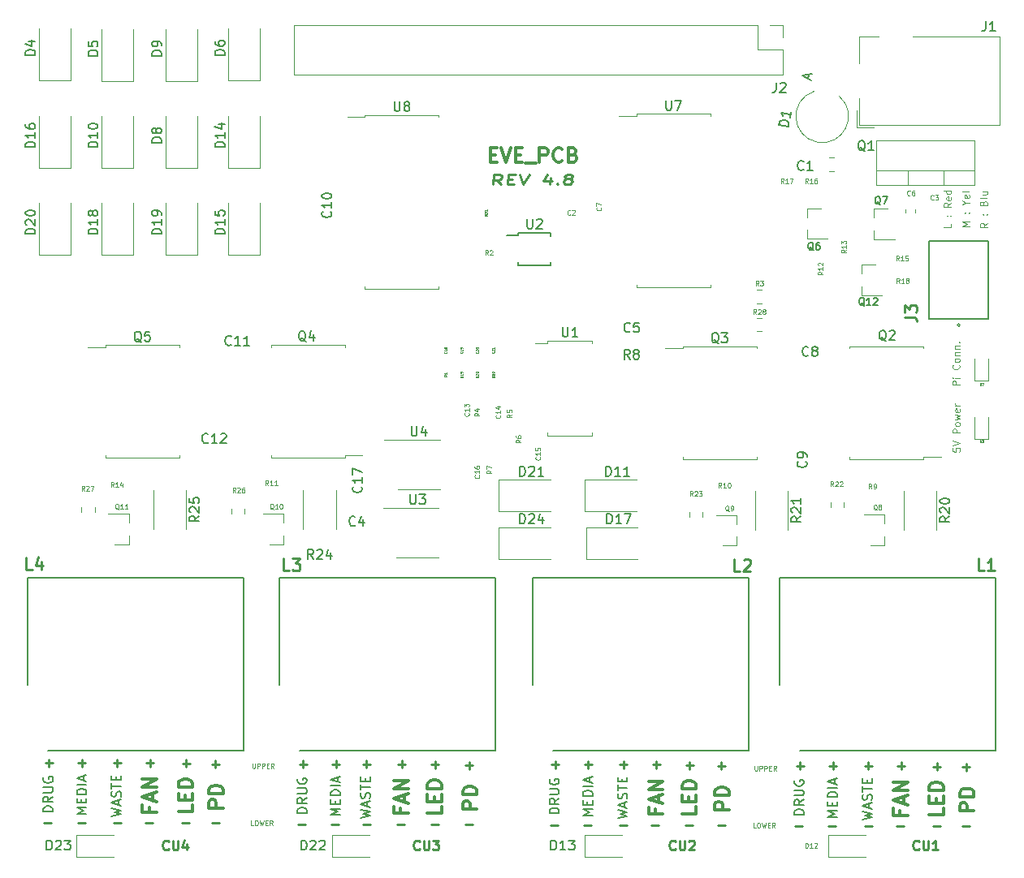
<source format=gbr>
G04 #@! TF.GenerationSoftware,KiCad,Pcbnew,5.1.6*
G04 #@! TF.CreationDate,2020-06-16T10:51:22-04:00*
G04 #@! TF.ProjectId,EVE-PCB-V4,4556452d-5043-4422-9d56-342e6b696361,rev?*
G04 #@! TF.SameCoordinates,Original*
G04 #@! TF.FileFunction,Legend,Top*
G04 #@! TF.FilePolarity,Positive*
%FSLAX46Y46*%
G04 Gerber Fmt 4.6, Leading zero omitted, Abs format (unit mm)*
G04 Created by KiCad (PCBNEW 5.1.6) date 2020-06-16 10:51:22*
%MOMM*%
%LPD*%
G01*
G04 APERTURE LIST*
%ADD10C,0.125000*%
%ADD11C,0.200000*%
%ADD12C,0.300000*%
%ADD13C,0.250000*%
%ADD14C,0.120000*%
%ADD15C,0.100000*%
%ADD16C,0.150000*%
%ADD17C,0.254000*%
%ADD18C,0.062500*%
G04 APERTURE END LIST*
D10*
X186165685Y-73860142D02*
X185415685Y-73860142D01*
X185415685Y-73574428D01*
X185451400Y-73503000D01*
X185487114Y-73467285D01*
X185558542Y-73431571D01*
X185665685Y-73431571D01*
X185737114Y-73467285D01*
X185772828Y-73503000D01*
X185808542Y-73574428D01*
X185808542Y-73860142D01*
X186165685Y-73110142D02*
X185665685Y-73110142D01*
X185415685Y-73110142D02*
X185451400Y-73145857D01*
X185487114Y-73110142D01*
X185451400Y-73074428D01*
X185415685Y-73110142D01*
X185487114Y-73110142D01*
X186094257Y-71753000D02*
X186129971Y-71788714D01*
X186165685Y-71895857D01*
X186165685Y-71967285D01*
X186129971Y-72074428D01*
X186058542Y-72145857D01*
X185987114Y-72181571D01*
X185844257Y-72217285D01*
X185737114Y-72217285D01*
X185594257Y-72181571D01*
X185522828Y-72145857D01*
X185451400Y-72074428D01*
X185415685Y-71967285D01*
X185415685Y-71895857D01*
X185451400Y-71788714D01*
X185487114Y-71753000D01*
X186165685Y-71324428D02*
X186129971Y-71395857D01*
X186094257Y-71431571D01*
X186022828Y-71467285D01*
X185808542Y-71467285D01*
X185737114Y-71431571D01*
X185701400Y-71395857D01*
X185665685Y-71324428D01*
X185665685Y-71217285D01*
X185701400Y-71145857D01*
X185737114Y-71110142D01*
X185808542Y-71074428D01*
X186022828Y-71074428D01*
X186094257Y-71110142D01*
X186129971Y-71145857D01*
X186165685Y-71217285D01*
X186165685Y-71324428D01*
X185665685Y-70753000D02*
X186165685Y-70753000D01*
X185737114Y-70753000D02*
X185701400Y-70717285D01*
X185665685Y-70645857D01*
X185665685Y-70538714D01*
X185701400Y-70467285D01*
X185772828Y-70431571D01*
X186165685Y-70431571D01*
X185665685Y-70074428D02*
X186165685Y-70074428D01*
X185737114Y-70074428D02*
X185701400Y-70038714D01*
X185665685Y-69967285D01*
X185665685Y-69860142D01*
X185701400Y-69788714D01*
X185772828Y-69753000D01*
X186165685Y-69753000D01*
X186094257Y-69395857D02*
X186129971Y-69360142D01*
X186165685Y-69395857D01*
X186129971Y-69431571D01*
X186094257Y-69395857D01*
X186165685Y-69395857D01*
X189061285Y-56952971D02*
X188704142Y-57202971D01*
X189061285Y-57381542D02*
X188311285Y-57381542D01*
X188311285Y-57095828D01*
X188347000Y-57024400D01*
X188382714Y-56988685D01*
X188454142Y-56952971D01*
X188561285Y-56952971D01*
X188632714Y-56988685D01*
X188668428Y-57024400D01*
X188704142Y-57095828D01*
X188704142Y-57381542D01*
X188989857Y-56060114D02*
X189025571Y-56024400D01*
X189061285Y-56060114D01*
X189025571Y-56095828D01*
X188989857Y-56060114D01*
X189061285Y-56060114D01*
X188597000Y-56060114D02*
X188632714Y-56024400D01*
X188668428Y-56060114D01*
X188632714Y-56095828D01*
X188597000Y-56060114D01*
X188668428Y-56060114D01*
X188668428Y-54881542D02*
X188704142Y-54774400D01*
X188739857Y-54738685D01*
X188811285Y-54702971D01*
X188918428Y-54702971D01*
X188989857Y-54738685D01*
X189025571Y-54774400D01*
X189061285Y-54845828D01*
X189061285Y-55131542D01*
X188311285Y-55131542D01*
X188311285Y-54881542D01*
X188347000Y-54810114D01*
X188382714Y-54774400D01*
X188454142Y-54738685D01*
X188525571Y-54738685D01*
X188597000Y-54774400D01*
X188632714Y-54810114D01*
X188668428Y-54881542D01*
X188668428Y-55131542D01*
X189061285Y-54274400D02*
X189025571Y-54345828D01*
X188954142Y-54381542D01*
X188311285Y-54381542D01*
X188561285Y-53667257D02*
X189061285Y-53667257D01*
X188561285Y-53988685D02*
X188954142Y-53988685D01*
X189025571Y-53952971D01*
X189061285Y-53881542D01*
X189061285Y-53774400D01*
X189025571Y-53702971D01*
X188989857Y-53667257D01*
X187181685Y-57312885D02*
X186431685Y-57312885D01*
X186967400Y-57062885D01*
X186431685Y-56812885D01*
X187181685Y-56812885D01*
X187110257Y-55884314D02*
X187145971Y-55848600D01*
X187181685Y-55884314D01*
X187145971Y-55920028D01*
X187110257Y-55884314D01*
X187181685Y-55884314D01*
X186717400Y-55884314D02*
X186753114Y-55848600D01*
X186788828Y-55884314D01*
X186753114Y-55920028D01*
X186717400Y-55884314D01*
X186788828Y-55884314D01*
X186824542Y-54812885D02*
X187181685Y-54812885D01*
X186431685Y-55062885D02*
X186824542Y-54812885D01*
X186431685Y-54562885D01*
X187145971Y-54027171D02*
X187181685Y-54098600D01*
X187181685Y-54241457D01*
X187145971Y-54312885D01*
X187074542Y-54348600D01*
X186788828Y-54348600D01*
X186717400Y-54312885D01*
X186681685Y-54241457D01*
X186681685Y-54098600D01*
X186717400Y-54027171D01*
X186788828Y-53991457D01*
X186860257Y-53991457D01*
X186931685Y-54348600D01*
X187181685Y-53562885D02*
X187145971Y-53634314D01*
X187074542Y-53670028D01*
X186431685Y-53670028D01*
X185302085Y-57027171D02*
X185302085Y-57384314D01*
X184552085Y-57384314D01*
X185230657Y-56205742D02*
X185266371Y-56170028D01*
X185302085Y-56205742D01*
X185266371Y-56241457D01*
X185230657Y-56205742D01*
X185302085Y-56205742D01*
X184837800Y-56205742D02*
X184873514Y-56170028D01*
X184909228Y-56205742D01*
X184873514Y-56241457D01*
X184837800Y-56205742D01*
X184909228Y-56205742D01*
X185302085Y-54848600D02*
X184944942Y-55098600D01*
X185302085Y-55277171D02*
X184552085Y-55277171D01*
X184552085Y-54991457D01*
X184587800Y-54920028D01*
X184623514Y-54884314D01*
X184694942Y-54848600D01*
X184802085Y-54848600D01*
X184873514Y-54884314D01*
X184909228Y-54920028D01*
X184944942Y-54991457D01*
X184944942Y-55277171D01*
X185266371Y-54241457D02*
X185302085Y-54312885D01*
X185302085Y-54455742D01*
X185266371Y-54527171D01*
X185194942Y-54562885D01*
X184909228Y-54562885D01*
X184837800Y-54527171D01*
X184802085Y-54455742D01*
X184802085Y-54312885D01*
X184837800Y-54241457D01*
X184909228Y-54205742D01*
X184980657Y-54205742D01*
X185052085Y-54562885D01*
X185302085Y-53562885D02*
X184552085Y-53562885D01*
X185266371Y-53562885D02*
X185302085Y-53634314D01*
X185302085Y-53777171D01*
X185266371Y-53848600D01*
X185230657Y-53884314D01*
X185159228Y-53920028D01*
X184944942Y-53920028D01*
X184873514Y-53884314D01*
X184837800Y-53848600D01*
X184802085Y-53777171D01*
X184802085Y-53634314D01*
X184837800Y-53562885D01*
D11*
X150518880Y-119070166D02*
X151518880Y-118832071D01*
X150804595Y-118641595D01*
X151518880Y-118451119D01*
X150518880Y-118213023D01*
X151233166Y-117879690D02*
X151233166Y-117403500D01*
X151518880Y-117974928D02*
X150518880Y-117641595D01*
X151518880Y-117308261D01*
X151471261Y-117022547D02*
X151518880Y-116879690D01*
X151518880Y-116641595D01*
X151471261Y-116546357D01*
X151423642Y-116498738D01*
X151328404Y-116451119D01*
X151233166Y-116451119D01*
X151137928Y-116498738D01*
X151090309Y-116546357D01*
X151042690Y-116641595D01*
X150995071Y-116832071D01*
X150947452Y-116927309D01*
X150899833Y-116974928D01*
X150804595Y-117022547D01*
X150709357Y-117022547D01*
X150614119Y-116974928D01*
X150566500Y-116927309D01*
X150518880Y-116832071D01*
X150518880Y-116593976D01*
X150566500Y-116451119D01*
X150518880Y-116165404D02*
X150518880Y-115593976D01*
X151518880Y-115879690D02*
X150518880Y-115879690D01*
X150995071Y-115260642D02*
X150995071Y-114927309D01*
X151518880Y-114784452D02*
X151518880Y-115260642D01*
X150518880Y-115260642D01*
X150518880Y-114784452D01*
D10*
X185466485Y-80422885D02*
X185466485Y-80780028D01*
X185823628Y-80815742D01*
X185787914Y-80780028D01*
X185752200Y-80708600D01*
X185752200Y-80530028D01*
X185787914Y-80458600D01*
X185823628Y-80422885D01*
X185895057Y-80387171D01*
X186073628Y-80387171D01*
X186145057Y-80422885D01*
X186180771Y-80458600D01*
X186216485Y-80530028D01*
X186216485Y-80708600D01*
X186180771Y-80780028D01*
X186145057Y-80815742D01*
X185466485Y-80172885D02*
X186216485Y-79922885D01*
X185466485Y-79672885D01*
X186216485Y-78851457D02*
X185466485Y-78851457D01*
X185466485Y-78565742D01*
X185502200Y-78494314D01*
X185537914Y-78458600D01*
X185609342Y-78422885D01*
X185716485Y-78422885D01*
X185787914Y-78458600D01*
X185823628Y-78494314D01*
X185859342Y-78565742D01*
X185859342Y-78851457D01*
X186216485Y-77994314D02*
X186180771Y-78065742D01*
X186145057Y-78101457D01*
X186073628Y-78137171D01*
X185859342Y-78137171D01*
X185787914Y-78101457D01*
X185752200Y-78065742D01*
X185716485Y-77994314D01*
X185716485Y-77887171D01*
X185752200Y-77815742D01*
X185787914Y-77780028D01*
X185859342Y-77744314D01*
X186073628Y-77744314D01*
X186145057Y-77780028D01*
X186180771Y-77815742D01*
X186216485Y-77887171D01*
X186216485Y-77994314D01*
X185716485Y-77494314D02*
X186216485Y-77351457D01*
X185859342Y-77208600D01*
X186216485Y-77065742D01*
X185716485Y-76922885D01*
X186180771Y-76351457D02*
X186216485Y-76422885D01*
X186216485Y-76565742D01*
X186180771Y-76637171D01*
X186109342Y-76672885D01*
X185823628Y-76672885D01*
X185752200Y-76637171D01*
X185716485Y-76565742D01*
X185716485Y-76422885D01*
X185752200Y-76351457D01*
X185823628Y-76315742D01*
X185895057Y-76315742D01*
X185966485Y-76672885D01*
X186216485Y-75994314D02*
X185716485Y-75994314D01*
X185859342Y-75994314D02*
X185787914Y-75958600D01*
X185752200Y-75922885D01*
X185716485Y-75851457D01*
X185716485Y-75780028D01*
X112541952Y-119796690D02*
X112303857Y-119796690D01*
X112303857Y-119296690D01*
X112803857Y-119296690D02*
X112899095Y-119296690D01*
X112946714Y-119320500D01*
X112994333Y-119368119D01*
X113018142Y-119463357D01*
X113018142Y-119630023D01*
X112994333Y-119725261D01*
X112946714Y-119772880D01*
X112899095Y-119796690D01*
X112803857Y-119796690D01*
X112756238Y-119772880D01*
X112708619Y-119725261D01*
X112684809Y-119630023D01*
X112684809Y-119463357D01*
X112708619Y-119368119D01*
X112756238Y-119320500D01*
X112803857Y-119296690D01*
X113184809Y-119296690D02*
X113303857Y-119796690D01*
X113399095Y-119439547D01*
X113494333Y-119796690D01*
X113613380Y-119296690D01*
X113803857Y-119534785D02*
X113970523Y-119534785D01*
X114041952Y-119796690D02*
X113803857Y-119796690D01*
X113803857Y-119296690D01*
X114041952Y-119296690D01*
X114541952Y-119796690D02*
X114375285Y-119558595D01*
X114256238Y-119796690D02*
X114256238Y-119296690D01*
X114446714Y-119296690D01*
X114494333Y-119320500D01*
X114518142Y-119344309D01*
X114541952Y-119391928D01*
X114541952Y-119463357D01*
X114518142Y-119510976D01*
X114494333Y-119534785D01*
X114446714Y-119558595D01*
X114256238Y-119558595D01*
D12*
X132187071Y-117804285D02*
X132187071Y-118518571D01*
X130687071Y-118518571D01*
X131401357Y-117304285D02*
X131401357Y-116804285D01*
X132187071Y-116590000D02*
X132187071Y-117304285D01*
X130687071Y-117304285D01*
X130687071Y-116590000D01*
X132187071Y-115947142D02*
X130687071Y-115947142D01*
X130687071Y-115590000D01*
X130758500Y-115375714D01*
X130901357Y-115232857D01*
X131044214Y-115161428D01*
X131329928Y-115090000D01*
X131544214Y-115090000D01*
X131829928Y-115161428D01*
X131972785Y-115232857D01*
X132115642Y-115375714D01*
X132187071Y-115590000D01*
X132187071Y-115947142D01*
D10*
X112418952Y-113327690D02*
X112418952Y-113732452D01*
X112442761Y-113780071D01*
X112466571Y-113803880D01*
X112514190Y-113827690D01*
X112609428Y-113827690D01*
X112657047Y-113803880D01*
X112680857Y-113780071D01*
X112704666Y-113732452D01*
X112704666Y-113327690D01*
X112942761Y-113827690D02*
X112942761Y-113327690D01*
X113133238Y-113327690D01*
X113180857Y-113351500D01*
X113204666Y-113375309D01*
X113228476Y-113422928D01*
X113228476Y-113494357D01*
X113204666Y-113541976D01*
X113180857Y-113565785D01*
X113133238Y-113589595D01*
X112942761Y-113589595D01*
X113442761Y-113827690D02*
X113442761Y-113327690D01*
X113633238Y-113327690D01*
X113680857Y-113351500D01*
X113704666Y-113375309D01*
X113728476Y-113422928D01*
X113728476Y-113494357D01*
X113704666Y-113541976D01*
X113680857Y-113565785D01*
X113633238Y-113589595D01*
X113442761Y-113589595D01*
X113942761Y-113565785D02*
X114109428Y-113565785D01*
X114180857Y-113827690D02*
X113942761Y-113827690D01*
X113942761Y-113327690D01*
X114180857Y-113327690D01*
X114680857Y-113827690D02*
X114514190Y-113589595D01*
X114395142Y-113827690D02*
X114395142Y-113327690D01*
X114585619Y-113327690D01*
X114633238Y-113351500D01*
X114657047Y-113375309D01*
X114680857Y-113422928D01*
X114680857Y-113494357D01*
X114657047Y-113541976D01*
X114633238Y-113565785D01*
X114585619Y-113589595D01*
X114395142Y-113589595D01*
D12*
X135870071Y-118109857D02*
X134370071Y-118109857D01*
X134370071Y-117538428D01*
X134441500Y-117395571D01*
X134512928Y-117324142D01*
X134655785Y-117252714D01*
X134870071Y-117252714D01*
X135012928Y-117324142D01*
X135084357Y-117395571D01*
X135155785Y-117538428D01*
X135155785Y-118109857D01*
X135870071Y-116609857D02*
X134370071Y-116609857D01*
X134370071Y-116252714D01*
X134441500Y-116038428D01*
X134584357Y-115895571D01*
X134727214Y-115824142D01*
X135012928Y-115752714D01*
X135227214Y-115752714D01*
X135512928Y-115824142D01*
X135655785Y-115895571D01*
X135798642Y-116038428D01*
X135870071Y-116252714D01*
X135870071Y-116609857D01*
X127908857Y-118054285D02*
X127908857Y-118554285D01*
X128694571Y-118554285D02*
X127194571Y-118554285D01*
X127194571Y-117840000D01*
X128266000Y-117340000D02*
X128266000Y-116625714D01*
X128694571Y-117482857D02*
X127194571Y-116982857D01*
X128694571Y-116482857D01*
X128694571Y-115982857D02*
X127194571Y-115982857D01*
X128694571Y-115125714D01*
X127194571Y-115125714D01*
D13*
X123952047Y-113418928D02*
X124713952Y-113418928D01*
X124333000Y-113799880D02*
X124333000Y-113037976D01*
X127635047Y-113418928D02*
X128396952Y-113418928D01*
X128016000Y-113799880D02*
X128016000Y-113037976D01*
X131127547Y-113482428D02*
X131889452Y-113482428D01*
X131508500Y-113863380D02*
X131508500Y-113101476D01*
X134683547Y-113545928D02*
X135445452Y-113545928D01*
X135064500Y-113926880D02*
X135064500Y-113164976D01*
D11*
X123721880Y-119006666D02*
X124721880Y-118768571D01*
X124007595Y-118578095D01*
X124721880Y-118387619D01*
X123721880Y-118149523D01*
X124436166Y-117816190D02*
X124436166Y-117340000D01*
X124721880Y-117911428D02*
X123721880Y-117578095D01*
X124721880Y-117244761D01*
X124674261Y-116959047D02*
X124721880Y-116816190D01*
X124721880Y-116578095D01*
X124674261Y-116482857D01*
X124626642Y-116435238D01*
X124531404Y-116387619D01*
X124436166Y-116387619D01*
X124340928Y-116435238D01*
X124293309Y-116482857D01*
X124245690Y-116578095D01*
X124198071Y-116768571D01*
X124150452Y-116863809D01*
X124102833Y-116911428D01*
X124007595Y-116959047D01*
X123912357Y-116959047D01*
X123817119Y-116911428D01*
X123769500Y-116863809D01*
X123721880Y-116768571D01*
X123721880Y-116530476D01*
X123769500Y-116387619D01*
X123721880Y-116101904D02*
X123721880Y-115530476D01*
X124721880Y-115816190D02*
X123721880Y-115816190D01*
X124198071Y-115197142D02*
X124198071Y-114863809D01*
X124721880Y-114720952D02*
X124721880Y-115197142D01*
X123721880Y-115197142D01*
X123721880Y-114720952D01*
D13*
X117221047Y-119705428D02*
X117982952Y-119705428D01*
X120713547Y-119705428D02*
X121475452Y-119705428D01*
X117348047Y-113418928D02*
X118109952Y-113418928D01*
X117729000Y-113799880D02*
X117729000Y-113037976D01*
X123952047Y-119705428D02*
X124713952Y-119705428D01*
D11*
X118117880Y-118498714D02*
X117117880Y-118498714D01*
X117117880Y-118260619D01*
X117165500Y-118117761D01*
X117260738Y-118022523D01*
X117355976Y-117974904D01*
X117546452Y-117927285D01*
X117689309Y-117927285D01*
X117879785Y-117974904D01*
X117975023Y-118022523D01*
X118070261Y-118117761D01*
X118117880Y-118260619D01*
X118117880Y-118498714D01*
X118117880Y-116927285D02*
X117641690Y-117260619D01*
X118117880Y-117498714D02*
X117117880Y-117498714D01*
X117117880Y-117117761D01*
X117165500Y-117022523D01*
X117213119Y-116974904D01*
X117308357Y-116927285D01*
X117451214Y-116927285D01*
X117546452Y-116974904D01*
X117594071Y-117022523D01*
X117641690Y-117117761D01*
X117641690Y-117498714D01*
X117117880Y-116498714D02*
X117927404Y-116498714D01*
X118022642Y-116451095D01*
X118070261Y-116403476D01*
X118117880Y-116308238D01*
X118117880Y-116117761D01*
X118070261Y-116022523D01*
X118022642Y-115974904D01*
X117927404Y-115927285D01*
X117117880Y-115927285D01*
X117165500Y-114927285D02*
X117117880Y-115022523D01*
X117117880Y-115165380D01*
X117165500Y-115308238D01*
X117260738Y-115403476D01*
X117355976Y-115451095D01*
X117546452Y-115498714D01*
X117689309Y-115498714D01*
X117879785Y-115451095D01*
X117975023Y-115403476D01*
X118070261Y-115308238D01*
X118117880Y-115165380D01*
X118117880Y-115070142D01*
X118070261Y-114927285D01*
X118022642Y-114879666D01*
X117689309Y-114879666D01*
X117689309Y-115070142D01*
D13*
X134683547Y-119705428D02*
X135445452Y-119705428D01*
D11*
X121610380Y-118728880D02*
X120610380Y-118728880D01*
X121324666Y-118395547D01*
X120610380Y-118062214D01*
X121610380Y-118062214D01*
X121086571Y-117586023D02*
X121086571Y-117252690D01*
X121610380Y-117109833D02*
X121610380Y-117586023D01*
X120610380Y-117586023D01*
X120610380Y-117109833D01*
X121610380Y-116681261D02*
X120610380Y-116681261D01*
X120610380Y-116443166D01*
X120658000Y-116300309D01*
X120753238Y-116205071D01*
X120848476Y-116157452D01*
X121038952Y-116109833D01*
X121181809Y-116109833D01*
X121372285Y-116157452D01*
X121467523Y-116205071D01*
X121562761Y-116300309D01*
X121610380Y-116443166D01*
X121610380Y-116681261D01*
X121610380Y-115681261D02*
X120610380Y-115681261D01*
X121324666Y-115252690D02*
X121324666Y-114776500D01*
X121610380Y-115347928D02*
X120610380Y-115014595D01*
X121610380Y-114681261D01*
D13*
X131064047Y-119705428D02*
X131825952Y-119705428D01*
X127508047Y-119705428D02*
X128269952Y-119705428D01*
X120777047Y-113418928D02*
X121538952Y-113418928D01*
X121158000Y-113799880D02*
X121158000Y-113037976D01*
X108204047Y-119578428D02*
X108965952Y-119578428D01*
X94297547Y-113291928D02*
X95059452Y-113291928D01*
X94678500Y-113672880D02*
X94678500Y-112910976D01*
X101409547Y-113291928D02*
X102171452Y-113291928D01*
X101790500Y-113672880D02*
X101790500Y-112910976D01*
D12*
X101683357Y-117927285D02*
X101683357Y-118427285D01*
X102469071Y-118427285D02*
X100969071Y-118427285D01*
X100969071Y-117713000D01*
X102040500Y-117213000D02*
X102040500Y-116498714D01*
X102469071Y-117355857D02*
X100969071Y-116855857D01*
X102469071Y-116355857D01*
X102469071Y-115855857D02*
X100969071Y-115855857D01*
X102469071Y-114998714D01*
X100969071Y-114998714D01*
D13*
X94234047Y-119578428D02*
X94995952Y-119578428D01*
X101282547Y-119578428D02*
X102044452Y-119578428D01*
D12*
X106215571Y-117677285D02*
X106215571Y-118391571D01*
X104715571Y-118391571D01*
X105429857Y-117177285D02*
X105429857Y-116677285D01*
X106215571Y-116463000D02*
X106215571Y-117177285D01*
X104715571Y-117177285D01*
X104715571Y-116463000D01*
X106215571Y-115820142D02*
X104715571Y-115820142D01*
X104715571Y-115463000D01*
X104787000Y-115248714D01*
X104929857Y-115105857D01*
X105072714Y-115034428D01*
X105358428Y-114963000D01*
X105572714Y-114963000D01*
X105858428Y-115034428D01*
X106001285Y-115105857D01*
X106144142Y-115248714D01*
X106215571Y-115463000D01*
X106215571Y-115820142D01*
D13*
X97980547Y-119578428D02*
X98742452Y-119578428D01*
D12*
X109390571Y-117982857D02*
X107890571Y-117982857D01*
X107890571Y-117411428D01*
X107962000Y-117268571D01*
X108033428Y-117197142D01*
X108176285Y-117125714D01*
X108390571Y-117125714D01*
X108533428Y-117197142D01*
X108604857Y-117268571D01*
X108676285Y-117411428D01*
X108676285Y-117982857D01*
X109390571Y-116482857D02*
X107890571Y-116482857D01*
X107890571Y-116125714D01*
X107962000Y-115911428D01*
X108104857Y-115768571D01*
X108247714Y-115697142D01*
X108533428Y-115625714D01*
X108747714Y-115625714D01*
X109033428Y-115697142D01*
X109176285Y-115768571D01*
X109319142Y-115911428D01*
X109390571Y-116125714D01*
X109390571Y-116482857D01*
D13*
X90741547Y-119578428D02*
X91503452Y-119578428D01*
X90868547Y-113291928D02*
X91630452Y-113291928D01*
X91249500Y-113672880D02*
X91249500Y-112910976D01*
D11*
X91638380Y-118371714D02*
X90638380Y-118371714D01*
X90638380Y-118133619D01*
X90686000Y-117990761D01*
X90781238Y-117895523D01*
X90876476Y-117847904D01*
X91066952Y-117800285D01*
X91209809Y-117800285D01*
X91400285Y-117847904D01*
X91495523Y-117895523D01*
X91590761Y-117990761D01*
X91638380Y-118133619D01*
X91638380Y-118371714D01*
X91638380Y-116800285D02*
X91162190Y-117133619D01*
X91638380Y-117371714D02*
X90638380Y-117371714D01*
X90638380Y-116990761D01*
X90686000Y-116895523D01*
X90733619Y-116847904D01*
X90828857Y-116800285D01*
X90971714Y-116800285D01*
X91066952Y-116847904D01*
X91114571Y-116895523D01*
X91162190Y-116990761D01*
X91162190Y-117371714D01*
X90638380Y-116371714D02*
X91447904Y-116371714D01*
X91543142Y-116324095D01*
X91590761Y-116276476D01*
X91638380Y-116181238D01*
X91638380Y-115990761D01*
X91590761Y-115895523D01*
X91543142Y-115847904D01*
X91447904Y-115800285D01*
X90638380Y-115800285D01*
X90686000Y-114800285D02*
X90638380Y-114895523D01*
X90638380Y-115038380D01*
X90686000Y-115181238D01*
X90781238Y-115276476D01*
X90876476Y-115324095D01*
X91066952Y-115371714D01*
X91209809Y-115371714D01*
X91400285Y-115324095D01*
X91495523Y-115276476D01*
X91590761Y-115181238D01*
X91638380Y-115038380D01*
X91638380Y-114943142D01*
X91590761Y-114800285D01*
X91543142Y-114752666D01*
X91209809Y-114752666D01*
X91209809Y-114943142D01*
D13*
X108204047Y-113418928D02*
X108965952Y-113418928D01*
X108585000Y-113799880D02*
X108585000Y-113037976D01*
X97980547Y-113291928D02*
X98742452Y-113291928D01*
X98361500Y-113672880D02*
X98361500Y-112910976D01*
X105092547Y-119578428D02*
X105854452Y-119578428D01*
D11*
X95130880Y-118601880D02*
X94130880Y-118601880D01*
X94845166Y-118268547D01*
X94130880Y-117935214D01*
X95130880Y-117935214D01*
X94607071Y-117459023D02*
X94607071Y-117125690D01*
X95130880Y-116982833D02*
X95130880Y-117459023D01*
X94130880Y-117459023D01*
X94130880Y-116982833D01*
X95130880Y-116554261D02*
X94130880Y-116554261D01*
X94130880Y-116316166D01*
X94178500Y-116173309D01*
X94273738Y-116078071D01*
X94368976Y-116030452D01*
X94559452Y-115982833D01*
X94702309Y-115982833D01*
X94892785Y-116030452D01*
X94988023Y-116078071D01*
X95083261Y-116173309D01*
X95130880Y-116316166D01*
X95130880Y-116554261D01*
X95130880Y-115554261D02*
X94130880Y-115554261D01*
X94845166Y-115125690D02*
X94845166Y-114649500D01*
X95130880Y-115220928D02*
X94130880Y-114887595D01*
X95130880Y-114554261D01*
D13*
X105156047Y-113355428D02*
X105917952Y-113355428D01*
X105537000Y-113736380D02*
X105537000Y-112974476D01*
D11*
X97750380Y-118879666D02*
X98750380Y-118641571D01*
X98036095Y-118451095D01*
X98750380Y-118260619D01*
X97750380Y-118022523D01*
X98464666Y-117689190D02*
X98464666Y-117213000D01*
X98750380Y-117784428D02*
X97750380Y-117451095D01*
X98750380Y-117117761D01*
X98702761Y-116832047D02*
X98750380Y-116689190D01*
X98750380Y-116451095D01*
X98702761Y-116355857D01*
X98655142Y-116308238D01*
X98559904Y-116260619D01*
X98464666Y-116260619D01*
X98369428Y-116308238D01*
X98321809Y-116355857D01*
X98274190Y-116451095D01*
X98226571Y-116641571D01*
X98178952Y-116736809D01*
X98131333Y-116784428D01*
X98036095Y-116832047D01*
X97940857Y-116832047D01*
X97845619Y-116784428D01*
X97798000Y-116736809D01*
X97750380Y-116641571D01*
X97750380Y-116403476D01*
X97798000Y-116260619D01*
X97750380Y-115974904D02*
X97750380Y-115403476D01*
X98750380Y-115689190D02*
X97750380Y-115689190D01*
X98226571Y-115070142D02*
X98226571Y-114736809D01*
X98750380Y-114593952D02*
X98750380Y-115070142D01*
X97750380Y-115070142D01*
X97750380Y-114593952D01*
D12*
X158730071Y-117867785D02*
X158730071Y-118582071D01*
X157230071Y-118582071D01*
X157944357Y-117367785D02*
X157944357Y-116867785D01*
X158730071Y-116653500D02*
X158730071Y-117367785D01*
X157230071Y-117367785D01*
X157230071Y-116653500D01*
X158730071Y-116010642D02*
X157230071Y-116010642D01*
X157230071Y-115653500D01*
X157301500Y-115439214D01*
X157444357Y-115296357D01*
X157587214Y-115224928D01*
X157872928Y-115153500D01*
X158087214Y-115153500D01*
X158372928Y-115224928D01*
X158515785Y-115296357D01*
X158658642Y-115439214D01*
X158730071Y-115653500D01*
X158730071Y-116010642D01*
X162159071Y-118173357D02*
X160659071Y-118173357D01*
X160659071Y-117601928D01*
X160730500Y-117459071D01*
X160801928Y-117387642D01*
X160944785Y-117316214D01*
X161159071Y-117316214D01*
X161301928Y-117387642D01*
X161373357Y-117459071D01*
X161444785Y-117601928D01*
X161444785Y-118173357D01*
X162159071Y-116673357D02*
X160659071Y-116673357D01*
X160659071Y-116316214D01*
X160730500Y-116101928D01*
X160873357Y-115959071D01*
X161016214Y-115887642D01*
X161301928Y-115816214D01*
X161516214Y-115816214D01*
X161801928Y-115887642D01*
X161944785Y-115959071D01*
X162087642Y-116101928D01*
X162159071Y-116316214D01*
X162159071Y-116673357D01*
X154451857Y-118117785D02*
X154451857Y-118617785D01*
X155237571Y-118617785D02*
X153737571Y-118617785D01*
X153737571Y-117903500D01*
X154809000Y-117403500D02*
X154809000Y-116689214D01*
X155237571Y-117546357D02*
X153737571Y-117046357D01*
X155237571Y-116546357D01*
X155237571Y-116046357D02*
X153737571Y-116046357D01*
X155237571Y-115189214D01*
X153737571Y-115189214D01*
D13*
X150749047Y-113482428D02*
X151510952Y-113482428D01*
X151130000Y-113863380D02*
X151130000Y-113101476D01*
X154178047Y-113482428D02*
X154939952Y-113482428D01*
X154559000Y-113863380D02*
X154559000Y-113101476D01*
X157670547Y-113545928D02*
X158432452Y-113545928D01*
X158051500Y-113926880D02*
X158051500Y-113164976D01*
X160972547Y-113609428D02*
X161734452Y-113609428D01*
X161353500Y-113990380D02*
X161353500Y-113228476D01*
X143510047Y-119768928D02*
X144271952Y-119768928D01*
X147002547Y-119768928D02*
X147764452Y-119768928D01*
X143637047Y-113482428D02*
X144398952Y-113482428D01*
X144018000Y-113863380D02*
X144018000Y-113101476D01*
X150749047Y-119768928D02*
X151510952Y-119768928D01*
D11*
X144406880Y-118562214D02*
X143406880Y-118562214D01*
X143406880Y-118324119D01*
X143454500Y-118181261D01*
X143549738Y-118086023D01*
X143644976Y-118038404D01*
X143835452Y-117990785D01*
X143978309Y-117990785D01*
X144168785Y-118038404D01*
X144264023Y-118086023D01*
X144359261Y-118181261D01*
X144406880Y-118324119D01*
X144406880Y-118562214D01*
X144406880Y-116990785D02*
X143930690Y-117324119D01*
X144406880Y-117562214D02*
X143406880Y-117562214D01*
X143406880Y-117181261D01*
X143454500Y-117086023D01*
X143502119Y-117038404D01*
X143597357Y-116990785D01*
X143740214Y-116990785D01*
X143835452Y-117038404D01*
X143883071Y-117086023D01*
X143930690Y-117181261D01*
X143930690Y-117562214D01*
X143406880Y-116562214D02*
X144216404Y-116562214D01*
X144311642Y-116514595D01*
X144359261Y-116466976D01*
X144406880Y-116371738D01*
X144406880Y-116181261D01*
X144359261Y-116086023D01*
X144311642Y-116038404D01*
X144216404Y-115990785D01*
X143406880Y-115990785D01*
X143454500Y-114990785D02*
X143406880Y-115086023D01*
X143406880Y-115228880D01*
X143454500Y-115371738D01*
X143549738Y-115466976D01*
X143644976Y-115514595D01*
X143835452Y-115562214D01*
X143978309Y-115562214D01*
X144168785Y-115514595D01*
X144264023Y-115466976D01*
X144359261Y-115371738D01*
X144406880Y-115228880D01*
X144406880Y-115133642D01*
X144359261Y-114990785D01*
X144311642Y-114943166D01*
X143978309Y-114943166D01*
X143978309Y-115133642D01*
D13*
X160972547Y-119768928D02*
X161734452Y-119768928D01*
D11*
X147899380Y-118792380D02*
X146899380Y-118792380D01*
X147613666Y-118459047D01*
X146899380Y-118125714D01*
X147899380Y-118125714D01*
X147375571Y-117649523D02*
X147375571Y-117316190D01*
X147899380Y-117173333D02*
X147899380Y-117649523D01*
X146899380Y-117649523D01*
X146899380Y-117173333D01*
X147899380Y-116744761D02*
X146899380Y-116744761D01*
X146899380Y-116506666D01*
X146947000Y-116363809D01*
X147042238Y-116268571D01*
X147137476Y-116220952D01*
X147327952Y-116173333D01*
X147470809Y-116173333D01*
X147661285Y-116220952D01*
X147756523Y-116268571D01*
X147851761Y-116363809D01*
X147899380Y-116506666D01*
X147899380Y-116744761D01*
X147899380Y-115744761D02*
X146899380Y-115744761D01*
X147613666Y-115316190D02*
X147613666Y-114840000D01*
X147899380Y-115411428D02*
X146899380Y-115078095D01*
X147899380Y-114744761D01*
D13*
X157607047Y-119768928D02*
X158368952Y-119768928D01*
X154051047Y-119768928D02*
X154812952Y-119768928D01*
X147066047Y-113482428D02*
X147827952Y-113482428D01*
X147447000Y-113863380D02*
X147447000Y-113101476D01*
X169037047Y-119895928D02*
X169798952Y-119895928D01*
X172529547Y-119895928D02*
X173291452Y-119895928D01*
X176276047Y-119895928D02*
X177037952Y-119895928D01*
X179578047Y-119895928D02*
X180339952Y-119895928D01*
X183388047Y-119895928D02*
X184149952Y-119895928D01*
X186499547Y-119895928D02*
X187261452Y-119895928D01*
X169164047Y-113609428D02*
X169925952Y-113609428D01*
X169545000Y-113990380D02*
X169545000Y-113228476D01*
X172593047Y-113609428D02*
X173354952Y-113609428D01*
X172974000Y-113990380D02*
X172974000Y-113228476D01*
D11*
X169933880Y-118689214D02*
X168933880Y-118689214D01*
X168933880Y-118451119D01*
X168981500Y-118308261D01*
X169076738Y-118213023D01*
X169171976Y-118165404D01*
X169362452Y-118117785D01*
X169505309Y-118117785D01*
X169695785Y-118165404D01*
X169791023Y-118213023D01*
X169886261Y-118308261D01*
X169933880Y-118451119D01*
X169933880Y-118689214D01*
X169933880Y-117117785D02*
X169457690Y-117451119D01*
X169933880Y-117689214D02*
X168933880Y-117689214D01*
X168933880Y-117308261D01*
X168981500Y-117213023D01*
X169029119Y-117165404D01*
X169124357Y-117117785D01*
X169267214Y-117117785D01*
X169362452Y-117165404D01*
X169410071Y-117213023D01*
X169457690Y-117308261D01*
X169457690Y-117689214D01*
X168933880Y-116689214D02*
X169743404Y-116689214D01*
X169838642Y-116641595D01*
X169886261Y-116593976D01*
X169933880Y-116498738D01*
X169933880Y-116308261D01*
X169886261Y-116213023D01*
X169838642Y-116165404D01*
X169743404Y-116117785D01*
X168933880Y-116117785D01*
X168981500Y-115117785D02*
X168933880Y-115213023D01*
X168933880Y-115355880D01*
X168981500Y-115498738D01*
X169076738Y-115593976D01*
X169171976Y-115641595D01*
X169362452Y-115689214D01*
X169505309Y-115689214D01*
X169695785Y-115641595D01*
X169791023Y-115593976D01*
X169886261Y-115498738D01*
X169933880Y-115355880D01*
X169933880Y-115260642D01*
X169886261Y-115117785D01*
X169838642Y-115070166D01*
X169505309Y-115070166D01*
X169505309Y-115260642D01*
X173426380Y-118919380D02*
X172426380Y-118919380D01*
X173140666Y-118586047D01*
X172426380Y-118252714D01*
X173426380Y-118252714D01*
X172902571Y-117776523D02*
X172902571Y-117443190D01*
X173426380Y-117300333D02*
X173426380Y-117776523D01*
X172426380Y-117776523D01*
X172426380Y-117300333D01*
X173426380Y-116871761D02*
X172426380Y-116871761D01*
X172426380Y-116633666D01*
X172474000Y-116490809D01*
X172569238Y-116395571D01*
X172664476Y-116347952D01*
X172854952Y-116300333D01*
X172997809Y-116300333D01*
X173188285Y-116347952D01*
X173283523Y-116395571D01*
X173378761Y-116490809D01*
X173426380Y-116633666D01*
X173426380Y-116871761D01*
X173426380Y-115871761D02*
X172426380Y-115871761D01*
X173140666Y-115443190D02*
X173140666Y-114967000D01*
X173426380Y-115538428D02*
X172426380Y-115205095D01*
X173426380Y-114871761D01*
D13*
X176276047Y-113609428D02*
X177037952Y-113609428D01*
X176657000Y-113990380D02*
X176657000Y-113228476D01*
X179705047Y-113609428D02*
X180466952Y-113609428D01*
X180086000Y-113990380D02*
X180086000Y-113228476D01*
X183451547Y-113672928D02*
X184213452Y-113672928D01*
X183832500Y-114053880D02*
X183832500Y-113291976D01*
X186499547Y-113736428D02*
X187261452Y-113736428D01*
X186880500Y-114117380D02*
X186880500Y-113355476D01*
D11*
X176045880Y-119197166D02*
X177045880Y-118959071D01*
X176331595Y-118768595D01*
X177045880Y-118578119D01*
X176045880Y-118340023D01*
X176760166Y-118006690D02*
X176760166Y-117530500D01*
X177045880Y-118101928D02*
X176045880Y-117768595D01*
X177045880Y-117435261D01*
X176998261Y-117149547D02*
X177045880Y-117006690D01*
X177045880Y-116768595D01*
X176998261Y-116673357D01*
X176950642Y-116625738D01*
X176855404Y-116578119D01*
X176760166Y-116578119D01*
X176664928Y-116625738D01*
X176617309Y-116673357D01*
X176569690Y-116768595D01*
X176522071Y-116959071D01*
X176474452Y-117054309D01*
X176426833Y-117101928D01*
X176331595Y-117149547D01*
X176236357Y-117149547D01*
X176141119Y-117101928D01*
X176093500Y-117054309D01*
X176045880Y-116959071D01*
X176045880Y-116720976D01*
X176093500Y-116578119D01*
X176045880Y-116292404D02*
X176045880Y-115720976D01*
X177045880Y-116006690D02*
X176045880Y-116006690D01*
X176522071Y-115387642D02*
X176522071Y-115054309D01*
X177045880Y-114911452D02*
X177045880Y-115387642D01*
X176045880Y-115387642D01*
X176045880Y-114911452D01*
D12*
X179978857Y-118244785D02*
X179978857Y-118744785D01*
X180764571Y-118744785D02*
X179264571Y-118744785D01*
X179264571Y-118030500D01*
X180336000Y-117530500D02*
X180336000Y-116816214D01*
X180764571Y-117673357D02*
X179264571Y-117173357D01*
X180764571Y-116673357D01*
X180764571Y-116173357D02*
X179264571Y-116173357D01*
X180764571Y-115316214D01*
X179264571Y-115316214D01*
X184511071Y-117994785D02*
X184511071Y-118709071D01*
X183011071Y-118709071D01*
X183725357Y-117494785D02*
X183725357Y-116994785D01*
X184511071Y-116780500D02*
X184511071Y-117494785D01*
X183011071Y-117494785D01*
X183011071Y-116780500D01*
X184511071Y-116137642D02*
X183011071Y-116137642D01*
X183011071Y-115780500D01*
X183082500Y-115566214D01*
X183225357Y-115423357D01*
X183368214Y-115351928D01*
X183653928Y-115280500D01*
X183868214Y-115280500D01*
X184153928Y-115351928D01*
X184296785Y-115423357D01*
X184439642Y-115566214D01*
X184511071Y-115780500D01*
X184511071Y-116137642D01*
D10*
X164806452Y-113581690D02*
X164806452Y-113986452D01*
X164830261Y-114034071D01*
X164854071Y-114057880D01*
X164901690Y-114081690D01*
X164996928Y-114081690D01*
X165044547Y-114057880D01*
X165068357Y-114034071D01*
X165092166Y-113986452D01*
X165092166Y-113581690D01*
X165330261Y-114081690D02*
X165330261Y-113581690D01*
X165520738Y-113581690D01*
X165568357Y-113605500D01*
X165592166Y-113629309D01*
X165615976Y-113676928D01*
X165615976Y-113748357D01*
X165592166Y-113795976D01*
X165568357Y-113819785D01*
X165520738Y-113843595D01*
X165330261Y-113843595D01*
X165830261Y-114081690D02*
X165830261Y-113581690D01*
X166020738Y-113581690D01*
X166068357Y-113605500D01*
X166092166Y-113629309D01*
X166115976Y-113676928D01*
X166115976Y-113748357D01*
X166092166Y-113795976D01*
X166068357Y-113819785D01*
X166020738Y-113843595D01*
X165830261Y-113843595D01*
X166330261Y-113819785D02*
X166496928Y-113819785D01*
X166568357Y-114081690D02*
X166330261Y-114081690D01*
X166330261Y-113581690D01*
X166568357Y-113581690D01*
X167068357Y-114081690D02*
X166901690Y-113843595D01*
X166782642Y-114081690D02*
X166782642Y-113581690D01*
X166973119Y-113581690D01*
X167020738Y-113605500D01*
X167044547Y-113629309D01*
X167068357Y-113676928D01*
X167068357Y-113748357D01*
X167044547Y-113795976D01*
X167020738Y-113819785D01*
X166973119Y-113843595D01*
X166782642Y-113843595D01*
X164929452Y-120050690D02*
X164691357Y-120050690D01*
X164691357Y-119550690D01*
X165191357Y-119550690D02*
X165286595Y-119550690D01*
X165334214Y-119574500D01*
X165381833Y-119622119D01*
X165405642Y-119717357D01*
X165405642Y-119884023D01*
X165381833Y-119979261D01*
X165334214Y-120026880D01*
X165286595Y-120050690D01*
X165191357Y-120050690D01*
X165143738Y-120026880D01*
X165096119Y-119979261D01*
X165072309Y-119884023D01*
X165072309Y-119717357D01*
X165096119Y-119622119D01*
X165143738Y-119574500D01*
X165191357Y-119550690D01*
X165572309Y-119550690D02*
X165691357Y-120050690D01*
X165786595Y-119693547D01*
X165881833Y-120050690D01*
X166000880Y-119550690D01*
X166191357Y-119788785D02*
X166358023Y-119788785D01*
X166429452Y-120050690D02*
X166191357Y-120050690D01*
X166191357Y-119550690D01*
X166429452Y-119550690D01*
X166929452Y-120050690D02*
X166762785Y-119812595D01*
X166643738Y-120050690D02*
X166643738Y-119550690D01*
X166834214Y-119550690D01*
X166881833Y-119574500D01*
X166905642Y-119598309D01*
X166929452Y-119645928D01*
X166929452Y-119717357D01*
X166905642Y-119764976D01*
X166881833Y-119788785D01*
X166834214Y-119812595D01*
X166643738Y-119812595D01*
D12*
X187686071Y-118300357D02*
X186186071Y-118300357D01*
X186186071Y-117728928D01*
X186257500Y-117586071D01*
X186328928Y-117514642D01*
X186471785Y-117443214D01*
X186686071Y-117443214D01*
X186828928Y-117514642D01*
X186900357Y-117586071D01*
X186971785Y-117728928D01*
X186971785Y-118300357D01*
X187686071Y-116800357D02*
X186186071Y-116800357D01*
X186186071Y-116443214D01*
X186257500Y-116228928D01*
X186400357Y-116086071D01*
X186543214Y-116014642D01*
X186828928Y-115943214D01*
X187043214Y-115943214D01*
X187328928Y-116014642D01*
X187471785Y-116086071D01*
X187614642Y-116228928D01*
X187686071Y-116443214D01*
X187686071Y-116800357D01*
D13*
X103703523Y-122277142D02*
X103655904Y-122324761D01*
X103513047Y-122372380D01*
X103417809Y-122372380D01*
X103274952Y-122324761D01*
X103179714Y-122229523D01*
X103132095Y-122134285D01*
X103084476Y-121943809D01*
X103084476Y-121800952D01*
X103132095Y-121610476D01*
X103179714Y-121515238D01*
X103274952Y-121420000D01*
X103417809Y-121372380D01*
X103513047Y-121372380D01*
X103655904Y-121420000D01*
X103703523Y-121467619D01*
X104132095Y-121372380D02*
X104132095Y-122181904D01*
X104179714Y-122277142D01*
X104227333Y-122324761D01*
X104322571Y-122372380D01*
X104513047Y-122372380D01*
X104608285Y-122324761D01*
X104655904Y-122277142D01*
X104703523Y-122181904D01*
X104703523Y-121372380D01*
X105608285Y-121705714D02*
X105608285Y-122372380D01*
X105370190Y-121324761D02*
X105132095Y-122039047D01*
X105751142Y-122039047D01*
X129865523Y-122277142D02*
X129817904Y-122324761D01*
X129675047Y-122372380D01*
X129579809Y-122372380D01*
X129436952Y-122324761D01*
X129341714Y-122229523D01*
X129294095Y-122134285D01*
X129246476Y-121943809D01*
X129246476Y-121800952D01*
X129294095Y-121610476D01*
X129341714Y-121515238D01*
X129436952Y-121420000D01*
X129579809Y-121372380D01*
X129675047Y-121372380D01*
X129817904Y-121420000D01*
X129865523Y-121467619D01*
X130294095Y-121372380D02*
X130294095Y-122181904D01*
X130341714Y-122277142D01*
X130389333Y-122324761D01*
X130484571Y-122372380D01*
X130675047Y-122372380D01*
X130770285Y-122324761D01*
X130817904Y-122277142D01*
X130865523Y-122181904D01*
X130865523Y-121372380D01*
X131246476Y-121372380D02*
X131865523Y-121372380D01*
X131532190Y-121753333D01*
X131675047Y-121753333D01*
X131770285Y-121800952D01*
X131817904Y-121848571D01*
X131865523Y-121943809D01*
X131865523Y-122181904D01*
X131817904Y-122277142D01*
X131770285Y-122324761D01*
X131675047Y-122372380D01*
X131389333Y-122372380D01*
X131294095Y-122324761D01*
X131246476Y-122277142D01*
X156535523Y-122277142D02*
X156487904Y-122324761D01*
X156345047Y-122372380D01*
X156249809Y-122372380D01*
X156106952Y-122324761D01*
X156011714Y-122229523D01*
X155964095Y-122134285D01*
X155916476Y-121943809D01*
X155916476Y-121800952D01*
X155964095Y-121610476D01*
X156011714Y-121515238D01*
X156106952Y-121420000D01*
X156249809Y-121372380D01*
X156345047Y-121372380D01*
X156487904Y-121420000D01*
X156535523Y-121467619D01*
X156964095Y-121372380D02*
X156964095Y-122181904D01*
X157011714Y-122277142D01*
X157059333Y-122324761D01*
X157154571Y-122372380D01*
X157345047Y-122372380D01*
X157440285Y-122324761D01*
X157487904Y-122277142D01*
X157535523Y-122181904D01*
X157535523Y-121372380D01*
X157964095Y-121467619D02*
X158011714Y-121420000D01*
X158106952Y-121372380D01*
X158345047Y-121372380D01*
X158440285Y-121420000D01*
X158487904Y-121467619D01*
X158535523Y-121562857D01*
X158535523Y-121658095D01*
X158487904Y-121800952D01*
X157916476Y-122372380D01*
X158535523Y-122372380D01*
X181935523Y-122277142D02*
X181887904Y-122324761D01*
X181745047Y-122372380D01*
X181649809Y-122372380D01*
X181506952Y-122324761D01*
X181411714Y-122229523D01*
X181364095Y-122134285D01*
X181316476Y-121943809D01*
X181316476Y-121800952D01*
X181364095Y-121610476D01*
X181411714Y-121515238D01*
X181506952Y-121420000D01*
X181649809Y-121372380D01*
X181745047Y-121372380D01*
X181887904Y-121420000D01*
X181935523Y-121467619D01*
X182364095Y-121372380D02*
X182364095Y-122181904D01*
X182411714Y-122277142D01*
X182459333Y-122324761D01*
X182554571Y-122372380D01*
X182745047Y-122372380D01*
X182840285Y-122324761D01*
X182887904Y-122277142D01*
X182935523Y-122181904D01*
X182935523Y-121372380D01*
X183935523Y-122372380D02*
X183364095Y-122372380D01*
X183649809Y-122372380D02*
X183649809Y-121372380D01*
X183554571Y-121515238D01*
X183459333Y-121610476D01*
X183364095Y-121658095D01*
X138379450Y-52918149D02*
X137938973Y-52441959D01*
X137522307Y-52918149D02*
X137647307Y-51918149D01*
X138218735Y-51918149D01*
X138355640Y-51965769D01*
X138421116Y-52013388D01*
X138480640Y-52108626D01*
X138462783Y-52251483D01*
X138379450Y-52346721D01*
X138302069Y-52394340D01*
X138153259Y-52441959D01*
X137581831Y-52441959D01*
X139087783Y-52394340D02*
X139587783Y-52394340D01*
X139736593Y-52918149D02*
X139022307Y-52918149D01*
X139147307Y-51918149D01*
X139861593Y-51918149D01*
X140290164Y-51918149D02*
X140665164Y-52918149D01*
X141290164Y-51918149D01*
X143534212Y-52251483D02*
X143450878Y-52918149D01*
X143224688Y-51870530D02*
X142778259Y-52584816D01*
X143706831Y-52584816D01*
X144248497Y-52822911D02*
X144313973Y-52870530D01*
X144236593Y-52918149D01*
X144171116Y-52870530D01*
X144248497Y-52822911D01*
X144236593Y-52918149D01*
X145236593Y-52346721D02*
X145099688Y-52299102D01*
X145034212Y-52251483D01*
X144974688Y-52156245D01*
X144980640Y-52108626D01*
X145063973Y-52013388D01*
X145141354Y-51965769D01*
X145290164Y-51918149D01*
X145575878Y-51918149D01*
X145712783Y-51965769D01*
X145778259Y-52013388D01*
X145837783Y-52108626D01*
X145831831Y-52156245D01*
X145748497Y-52251483D01*
X145671116Y-52299102D01*
X145522307Y-52346721D01*
X145236593Y-52346721D01*
X145087783Y-52394340D01*
X145010402Y-52441959D01*
X144927069Y-52537197D01*
X144903259Y-52727673D01*
X144962783Y-52822911D01*
X145028259Y-52870530D01*
X145165164Y-52918149D01*
X145450878Y-52918149D01*
X145599688Y-52870530D01*
X145677069Y-52822911D01*
X145760402Y-52727673D01*
X145784212Y-52537197D01*
X145724688Y-52441959D01*
X145659212Y-52394340D01*
X145522307Y-52346721D01*
D12*
X137237560Y-49818626D02*
X137737560Y-49818626D01*
X137951846Y-50604340D02*
X137237560Y-50604340D01*
X137237560Y-49104340D01*
X137951846Y-49104340D01*
X138380417Y-49104340D02*
X138880417Y-50604340D01*
X139380417Y-49104340D01*
X139880417Y-49818626D02*
X140380417Y-49818626D01*
X140594703Y-50604340D02*
X139880417Y-50604340D01*
X139880417Y-49104340D01*
X140594703Y-49104340D01*
X140880417Y-50747197D02*
X142023274Y-50747197D01*
X142380417Y-50604340D02*
X142380417Y-49104340D01*
X142951846Y-49104340D01*
X143094703Y-49175769D01*
X143166131Y-49247197D01*
X143237560Y-49390054D01*
X143237560Y-49604340D01*
X143166131Y-49747197D01*
X143094703Y-49818626D01*
X142951846Y-49890054D01*
X142380417Y-49890054D01*
X144737560Y-50461483D02*
X144666131Y-50532911D01*
X144451846Y-50604340D01*
X144308988Y-50604340D01*
X144094703Y-50532911D01*
X143951846Y-50390054D01*
X143880417Y-50247197D01*
X143808988Y-49961483D01*
X143808988Y-49747197D01*
X143880417Y-49461483D01*
X143951846Y-49318626D01*
X144094703Y-49175769D01*
X144308988Y-49104340D01*
X144451846Y-49104340D01*
X144666131Y-49175769D01*
X144737560Y-49247197D01*
X145880417Y-49818626D02*
X146094703Y-49890054D01*
X146166131Y-49961483D01*
X146237560Y-50104340D01*
X146237560Y-50318626D01*
X146166131Y-50461483D01*
X146094703Y-50532911D01*
X145951846Y-50604340D01*
X145380417Y-50604340D01*
X145380417Y-49104340D01*
X145880417Y-49104340D01*
X146023274Y-49175769D01*
X146094703Y-49247197D01*
X146166131Y-49390054D01*
X146166131Y-49532911D01*
X146094703Y-49675769D01*
X146023274Y-49747197D01*
X145880417Y-49818626D01*
X145380417Y-49818626D01*
D14*
X161163000Y-81577000D02*
X165023000Y-81577000D01*
X165023000Y-81577000D02*
X165023000Y-81332000D01*
X161163000Y-81577000D02*
X157303000Y-81577000D01*
X157303000Y-81577000D02*
X157303000Y-81332000D01*
X161163000Y-69807000D02*
X165023000Y-69807000D01*
X165023000Y-69807000D02*
X165023000Y-70052000D01*
X161163000Y-69807000D02*
X157303000Y-69807000D01*
X157303000Y-69807000D02*
X157303000Y-70052000D01*
X157303000Y-70052000D02*
X155488000Y-70052000D01*
D11*
X91092346Y-112010000D02*
X111492346Y-112010000D01*
X111492346Y-112010000D02*
X111492346Y-94010000D01*
X111492346Y-94010000D02*
X88992346Y-94010000D01*
X88992346Y-94010000D02*
X88992346Y-105110000D01*
D14*
X105532500Y-84815936D02*
X105532500Y-88920064D01*
X102112500Y-84815936D02*
X102112500Y-88920064D01*
X121153500Y-84815936D02*
X121153500Y-88920064D01*
X117733500Y-84815936D02*
X117733500Y-88920064D01*
X168270500Y-84879436D02*
X168270500Y-88983564D01*
X164850500Y-84879436D02*
X164850500Y-88983564D01*
X183764500Y-84879436D02*
X183764500Y-88983564D01*
X180344500Y-84879436D02*
X180344500Y-88983564D01*
X116813346Y-36276769D02*
X116813346Y-41476769D01*
X165133346Y-36276769D02*
X116813346Y-36276769D01*
X167733346Y-41476769D02*
X116813346Y-41476769D01*
X165133346Y-36276769D02*
X165133346Y-38876769D01*
X165133346Y-38876769D02*
X167733346Y-38876769D01*
X167733346Y-38876769D02*
X167733346Y-41476769D01*
X166403346Y-36276769D02*
X167733346Y-36276769D01*
X167733346Y-36276769D02*
X167733346Y-37606769D01*
D11*
X169514846Y-112010000D02*
X189914846Y-112010000D01*
X189914846Y-112010000D02*
X189914846Y-94010000D01*
X189914846Y-94010000D02*
X167414846Y-94010000D01*
X167414846Y-94010000D02*
X167414846Y-105110000D01*
X143797346Y-112010000D02*
X164197346Y-112010000D01*
X164197346Y-112010000D02*
X164197346Y-94010000D01*
X164197346Y-94010000D02*
X141697346Y-94010000D01*
X141697346Y-94010000D02*
X141697346Y-105110000D01*
X117381346Y-112010000D02*
X137781346Y-112010000D01*
X137781346Y-112010000D02*
X137781346Y-94010000D01*
X137781346Y-94010000D02*
X115281346Y-94010000D01*
X115281346Y-94010000D02*
X115281346Y-105110000D01*
D14*
X172467000Y-123055000D02*
X176352000Y-123055000D01*
X172467000Y-120785000D02*
X172467000Y-123055000D01*
X176352000Y-120785000D02*
X172467000Y-120785000D01*
X147067000Y-123055000D02*
X150952000Y-123055000D01*
X147067000Y-120785000D02*
X147067000Y-123055000D01*
X150952000Y-120785000D02*
X147067000Y-120785000D01*
X124666000Y-120785000D02*
X120781000Y-120785000D01*
X120781000Y-120785000D02*
X120781000Y-123055000D01*
X120781000Y-123055000D02*
X124666000Y-123055000D01*
X94105000Y-123055000D02*
X97990000Y-123055000D01*
X94105000Y-120785000D02*
X94105000Y-123055000D01*
X97990000Y-120785000D02*
X94105000Y-120785000D01*
X172563022Y-51560800D02*
X173080178Y-51560800D01*
X172563022Y-50140800D02*
X173080178Y-50140800D01*
X90192846Y-42088269D02*
X93492846Y-42088269D01*
X93492846Y-42088269D02*
X93492846Y-36688269D01*
X90192846Y-42088269D02*
X90192846Y-36688269D01*
X96713846Y-42151769D02*
X100013846Y-42151769D01*
X100013846Y-42151769D02*
X100013846Y-36751769D01*
X96713846Y-42151769D02*
X96713846Y-36751769D01*
X109946346Y-42088269D02*
X109946346Y-36688269D01*
X113246346Y-42088269D02*
X113246346Y-36688269D01*
X109946346Y-42088269D02*
X113246346Y-42088269D01*
X103361846Y-51221769D02*
X103361846Y-45821769D01*
X106661846Y-51221769D02*
X106661846Y-45821769D01*
X103361846Y-51221769D02*
X106661846Y-51221769D01*
X103361846Y-42151769D02*
X103361846Y-36751769D01*
X106661846Y-42151769D02*
X106661846Y-36751769D01*
X103361846Y-42151769D02*
X106661846Y-42151769D01*
X96713846Y-51221769D02*
X100013846Y-51221769D01*
X100013846Y-51221769D02*
X100013846Y-45821769D01*
X96713846Y-51221769D02*
X96713846Y-45821769D01*
X109946346Y-51221769D02*
X113246346Y-51221769D01*
X113246346Y-51221769D02*
X113246346Y-45821769D01*
X109946346Y-51221769D02*
X109946346Y-45821769D01*
X109946346Y-60291769D02*
X109946346Y-54891769D01*
X113246346Y-60291769D02*
X113246346Y-54891769D01*
X109946346Y-60291769D02*
X113246346Y-60291769D01*
X90192846Y-51221769D02*
X93492846Y-51221769D01*
X93492846Y-51221769D02*
X93492846Y-45821769D01*
X90192846Y-51221769D02*
X90192846Y-45821769D01*
X96713846Y-60291769D02*
X100013846Y-60291769D01*
X100013846Y-60291769D02*
X100013846Y-54891769D01*
X96713846Y-60291769D02*
X96713846Y-54891769D01*
X103361846Y-60291769D02*
X103361846Y-54891769D01*
X106661846Y-60291769D02*
X106661846Y-54891769D01*
X103361846Y-60291769D02*
X106661846Y-60291769D01*
X90192846Y-60291769D02*
X93492846Y-60291769D01*
X93492846Y-60291769D02*
X93492846Y-54891769D01*
X90192846Y-60291769D02*
X90192846Y-54891769D01*
X175490000Y-46953200D02*
X175490000Y-45213200D01*
X177230000Y-46953200D02*
X175490000Y-46953200D01*
X175730000Y-37513200D02*
X177730000Y-37513200D01*
X175730000Y-40313200D02*
X175730000Y-37513200D01*
X175730000Y-46713200D02*
X175730000Y-43913200D01*
X190330000Y-46713200D02*
X175730000Y-46713200D01*
X190330000Y-37513200D02*
X190330000Y-46713200D01*
X181330000Y-37513200D02*
X190330000Y-37513200D01*
X182422000Y-81332000D02*
X184237000Y-81332000D01*
X182422000Y-81577000D02*
X182422000Y-81332000D01*
X178562000Y-81577000D02*
X182422000Y-81577000D01*
X174702000Y-81577000D02*
X174702000Y-81332000D01*
X178562000Y-81577000D02*
X174702000Y-81577000D01*
X182422000Y-69807000D02*
X182422000Y-70052000D01*
X178562000Y-69807000D02*
X182422000Y-69807000D01*
X174702000Y-69807000D02*
X174702000Y-70052000D01*
X178562000Y-69807000D02*
X174702000Y-69807000D01*
X122097000Y-81205000D02*
X123912000Y-81205000D01*
X122097000Y-81450000D02*
X122097000Y-81205000D01*
X118237000Y-81450000D02*
X122097000Y-81450000D01*
X114377000Y-81450000D02*
X114377000Y-81205000D01*
X118237000Y-81450000D02*
X114377000Y-81450000D01*
X122097000Y-69680000D02*
X122097000Y-69925000D01*
X118237000Y-69680000D02*
X122097000Y-69680000D01*
X114377000Y-69680000D02*
X114377000Y-69925000D01*
X118237000Y-69680000D02*
X114377000Y-69680000D01*
X100965000Y-81450000D02*
X104825000Y-81450000D01*
X104825000Y-81450000D02*
X104825000Y-81205000D01*
X100965000Y-81450000D02*
X97105000Y-81450000D01*
X97105000Y-81450000D02*
X97105000Y-81205000D01*
X100965000Y-69680000D02*
X104825000Y-69680000D01*
X104825000Y-69680000D02*
X104825000Y-69925000D01*
X100965000Y-69680000D02*
X97105000Y-69680000D01*
X97105000Y-69680000D02*
X97105000Y-69925000D01*
X97105000Y-69925000D02*
X95290000Y-69925000D01*
X180775000Y-52952400D02*
X180775000Y-51442400D01*
X184476000Y-52952400D02*
X184476000Y-51442400D01*
X187746000Y-51442400D02*
X177506000Y-51442400D01*
X177506000Y-52952400D02*
X177506000Y-48311400D01*
X187746000Y-52952400D02*
X187746000Y-48311400D01*
X187746000Y-48311400D02*
X177506000Y-48311400D01*
X187746000Y-52952400D02*
X177506000Y-52952400D01*
X187733000Y-77178000D02*
X187733000Y-79463000D01*
X187733000Y-79463000D02*
X189203000Y-79463000D01*
X189203000Y-79463000D02*
X189203000Y-77178000D01*
X165561778Y-63907600D02*
X165044622Y-63907600D01*
X165561778Y-65327600D02*
X165044622Y-65327600D01*
X189203000Y-73367000D02*
X189203000Y-71082000D01*
X187733000Y-73367000D02*
X189203000Y-73367000D01*
X187733000Y-71082000D02*
X187733000Y-73367000D01*
X165561778Y-66854000D02*
X165044622Y-66854000D01*
X165561778Y-68274000D02*
X165044622Y-68274000D01*
X174128500Y-86101422D02*
X174128500Y-86618578D01*
X172708500Y-86101422D02*
X172708500Y-86618578D01*
X157976500Y-87117422D02*
X157976500Y-87634578D01*
X159396500Y-87117422D02*
X159396500Y-87634578D01*
X110224500Y-86799922D02*
X110224500Y-87317078D01*
X111644500Y-86799922D02*
X111644500Y-87317078D01*
X96023500Y-86609422D02*
X96023500Y-87126578D01*
X94603500Y-86609422D02*
X94603500Y-87126578D01*
X147095000Y-83757500D02*
X152495000Y-83757500D01*
X147095000Y-87057500D02*
X152495000Y-87057500D01*
X147095000Y-83757500D02*
X147095000Y-87057500D01*
X147222000Y-88710500D02*
X147222000Y-92010500D01*
X147222000Y-92010500D02*
X152622000Y-92010500D01*
X147222000Y-88710500D02*
X152622000Y-88710500D01*
X138141500Y-83757500D02*
X143541500Y-83757500D01*
X138141500Y-87057500D02*
X143541500Y-87057500D01*
X138141500Y-83757500D02*
X138141500Y-87057500D01*
X138141500Y-88710500D02*
X138141500Y-92010500D01*
X138141500Y-92010500D02*
X143541500Y-92010500D01*
X138141500Y-88710500D02*
X143541500Y-88710500D01*
X170245500Y-55443000D02*
X171705500Y-55443000D01*
X170245500Y-58603000D02*
X172405500Y-58603000D01*
X170245500Y-58603000D02*
X170245500Y-57673000D01*
X170245500Y-55443000D02*
X170245500Y-56373000D01*
X177243200Y-55468400D02*
X177243200Y-56398400D01*
X177243200Y-58628400D02*
X177243200Y-57698400D01*
X177243200Y-58628400D02*
X179403200Y-58628400D01*
X177243200Y-55468400D02*
X178703200Y-55468400D01*
X178369500Y-90543500D02*
X178369500Y-89613500D01*
X178369500Y-87383500D02*
X178369500Y-88313500D01*
X178369500Y-87383500D02*
X176209500Y-87383500D01*
X178369500Y-90543500D02*
X176909500Y-90543500D01*
X162939000Y-90607000D02*
X161479000Y-90607000D01*
X162939000Y-87447000D02*
X160779000Y-87447000D01*
X162939000Y-87447000D02*
X162939000Y-88377000D01*
X162939000Y-90607000D02*
X162939000Y-89677000D01*
X115695000Y-90480000D02*
X114235000Y-90480000D01*
X115695000Y-87320000D02*
X113535000Y-87320000D01*
X115695000Y-87320000D02*
X115695000Y-88250000D01*
X115695000Y-90480000D02*
X115695000Y-89550000D01*
X99566000Y-90480000D02*
X99566000Y-89550000D01*
X99566000Y-87320000D02*
X99566000Y-88250000D01*
X99566000Y-87320000D02*
X97406000Y-87320000D01*
X99566000Y-90480000D02*
X98106000Y-90480000D01*
X143232000Y-69483000D02*
X141942000Y-69483000D01*
X143232000Y-69208000D02*
X143232000Y-69483000D01*
X145542000Y-69208000D02*
X143232000Y-69208000D01*
X147852000Y-69208000D02*
X147852000Y-69483000D01*
X145542000Y-69208000D02*
X147852000Y-69208000D01*
X143232000Y-79128000D02*
X143232000Y-78853000D01*
X145542000Y-79128000D02*
X143232000Y-79128000D01*
X147852000Y-79128000D02*
X147852000Y-78853000D01*
X145542000Y-79128000D02*
X147852000Y-79128000D01*
X156337000Y-63670000D02*
X160197000Y-63670000D01*
X160197000Y-63670000D02*
X160197000Y-63425000D01*
X156337000Y-63670000D02*
X152477000Y-63670000D01*
X152477000Y-63670000D02*
X152477000Y-63425000D01*
X156337000Y-45550000D02*
X160197000Y-45550000D01*
X160197000Y-45550000D02*
X160197000Y-45795000D01*
X156337000Y-45550000D02*
X152477000Y-45550000D01*
X152477000Y-45550000D02*
X152477000Y-45795000D01*
X152477000Y-45795000D02*
X150662000Y-45795000D01*
X124156000Y-45922000D02*
X122341000Y-45922000D01*
X124156000Y-45677000D02*
X124156000Y-45922000D01*
X128016000Y-45677000D02*
X124156000Y-45677000D01*
X131876000Y-45677000D02*
X131876000Y-45922000D01*
X128016000Y-45677000D02*
X131876000Y-45677000D01*
X124156000Y-63797000D02*
X124156000Y-63552000D01*
X128016000Y-63797000D02*
X124156000Y-63797000D01*
X131876000Y-63797000D02*
X131876000Y-63552000D01*
X128016000Y-63797000D02*
X131876000Y-63797000D01*
D15*
X182980400Y-58850400D02*
X189180400Y-58850400D01*
X182980400Y-66930400D02*
X182980400Y-58850400D01*
X189180400Y-66930400D02*
X182980400Y-66930400D01*
D11*
X186080400Y-67690400D02*
X186080400Y-67690400D01*
X186080400Y-67490400D02*
X186080400Y-67490400D01*
X189180400Y-66930400D02*
X182980400Y-66930400D01*
X189180400Y-58850400D02*
X189180400Y-66930400D01*
X182980400Y-58850400D02*
X189180400Y-58850400D01*
X182980400Y-66930400D02*
X182980400Y-58850400D01*
X186080400Y-67690400D02*
G75*
G02*
X186080400Y-67490400I0J100000D01*
G01*
X186080400Y-67490400D02*
G75*
G02*
X186080400Y-67690400I0J-100000D01*
G01*
D14*
X175922400Y-61310400D02*
X177382400Y-61310400D01*
X175922400Y-64470400D02*
X178082400Y-64470400D01*
X175922400Y-64470400D02*
X175922400Y-63540400D01*
X175922400Y-61310400D02*
X175922400Y-62240400D01*
X173636528Y-43737268D02*
G75*
G02*
X170995189Y-43219368I-1780128J-2084332D01*
G01*
X181561200Y-55890379D02*
X181561200Y-55564821D01*
X180541200Y-55890379D02*
X180541200Y-55564821D01*
D16*
X140184000Y-58240000D02*
X138959000Y-58240000D01*
X140184000Y-61365000D02*
X143534000Y-61365000D01*
X140184000Y-58015000D02*
X143534000Y-58015000D01*
X140184000Y-61365000D02*
X140184000Y-61065000D01*
X143534000Y-61365000D02*
X143534000Y-61065000D01*
X143534000Y-58015000D02*
X143534000Y-58315000D01*
X140184000Y-58015000D02*
X140184000Y-58240000D01*
D14*
X129667000Y-91891000D02*
X131867000Y-91891000D01*
X129667000Y-91891000D02*
X127467000Y-91891000D01*
X129667000Y-86671000D02*
X131867000Y-86671000D01*
X129667000Y-86671000D02*
X126067000Y-86671000D01*
X129794000Y-79559000D02*
X126194000Y-79559000D01*
X129794000Y-79559000D02*
X131994000Y-79559000D01*
X129794000Y-84779000D02*
X127594000Y-84779000D01*
X129794000Y-84779000D02*
X131994000Y-84779000D01*
D16*
X161067761Y-69519619D02*
X160972523Y-69472000D01*
X160877285Y-69376761D01*
X160734428Y-69233904D01*
X160639190Y-69186285D01*
X160543952Y-69186285D01*
X160591571Y-69424380D02*
X160496333Y-69376761D01*
X160401095Y-69281523D01*
X160353476Y-69091047D01*
X160353476Y-68757714D01*
X160401095Y-68567238D01*
X160496333Y-68472000D01*
X160591571Y-68424380D01*
X160782047Y-68424380D01*
X160877285Y-68472000D01*
X160972523Y-68567238D01*
X161020142Y-68757714D01*
X161020142Y-69091047D01*
X160972523Y-69281523D01*
X160877285Y-69376761D01*
X160782047Y-69424380D01*
X160591571Y-69424380D01*
X161353476Y-68424380D02*
X161972523Y-68424380D01*
X161639190Y-68805333D01*
X161782047Y-68805333D01*
X161877285Y-68852952D01*
X161924904Y-68900571D01*
X161972523Y-68995809D01*
X161972523Y-69233904D01*
X161924904Y-69329142D01*
X161877285Y-69376761D01*
X161782047Y-69424380D01*
X161496333Y-69424380D01*
X161401095Y-69376761D01*
X161353476Y-69329142D01*
D17*
X89483679Y-93111523D02*
X88878917Y-93111523D01*
X88878917Y-91841523D01*
X90451298Y-92264857D02*
X90451298Y-93111523D01*
X90148917Y-91781047D02*
X89846536Y-92688190D01*
X90632726Y-92688190D01*
D16*
X106894880Y-87510857D02*
X106418690Y-87844190D01*
X106894880Y-88082285D02*
X105894880Y-88082285D01*
X105894880Y-87701333D01*
X105942500Y-87606095D01*
X105990119Y-87558476D01*
X106085357Y-87510857D01*
X106228214Y-87510857D01*
X106323452Y-87558476D01*
X106371071Y-87606095D01*
X106418690Y-87701333D01*
X106418690Y-88082285D01*
X105990119Y-87129904D02*
X105942500Y-87082285D01*
X105894880Y-86987047D01*
X105894880Y-86748952D01*
X105942500Y-86653714D01*
X105990119Y-86606095D01*
X106085357Y-86558476D01*
X106180595Y-86558476D01*
X106323452Y-86606095D01*
X106894880Y-87177523D01*
X106894880Y-86558476D01*
X105894880Y-85653714D02*
X105894880Y-86129904D01*
X106371071Y-86177523D01*
X106323452Y-86129904D01*
X106275833Y-86034666D01*
X106275833Y-85796571D01*
X106323452Y-85701333D01*
X106371071Y-85653714D01*
X106466309Y-85606095D01*
X106704404Y-85606095D01*
X106799642Y-85653714D01*
X106847261Y-85701333D01*
X106894880Y-85796571D01*
X106894880Y-86034666D01*
X106847261Y-86129904D01*
X106799642Y-86177523D01*
X118800642Y-92019380D02*
X118467309Y-91543190D01*
X118229214Y-92019380D02*
X118229214Y-91019380D01*
X118610166Y-91019380D01*
X118705404Y-91067000D01*
X118753023Y-91114619D01*
X118800642Y-91209857D01*
X118800642Y-91352714D01*
X118753023Y-91447952D01*
X118705404Y-91495571D01*
X118610166Y-91543190D01*
X118229214Y-91543190D01*
X119181595Y-91114619D02*
X119229214Y-91067000D01*
X119324452Y-91019380D01*
X119562547Y-91019380D01*
X119657785Y-91067000D01*
X119705404Y-91114619D01*
X119753023Y-91209857D01*
X119753023Y-91305095D01*
X119705404Y-91447952D01*
X119133976Y-92019380D01*
X119753023Y-92019380D01*
X120610166Y-91352714D02*
X120610166Y-92019380D01*
X120372071Y-90971761D02*
X120133976Y-91686047D01*
X120753023Y-91686047D01*
X169632880Y-87574357D02*
X169156690Y-87907690D01*
X169632880Y-88145785D02*
X168632880Y-88145785D01*
X168632880Y-87764833D01*
X168680500Y-87669595D01*
X168728119Y-87621976D01*
X168823357Y-87574357D01*
X168966214Y-87574357D01*
X169061452Y-87621976D01*
X169109071Y-87669595D01*
X169156690Y-87764833D01*
X169156690Y-88145785D01*
X168728119Y-87193404D02*
X168680500Y-87145785D01*
X168632880Y-87050547D01*
X168632880Y-86812452D01*
X168680500Y-86717214D01*
X168728119Y-86669595D01*
X168823357Y-86621976D01*
X168918595Y-86621976D01*
X169061452Y-86669595D01*
X169632880Y-87241023D01*
X169632880Y-86621976D01*
X169632880Y-85669595D02*
X169632880Y-86241023D01*
X169632880Y-85955309D02*
X168632880Y-85955309D01*
X168775738Y-86050547D01*
X168870976Y-86145785D01*
X168918595Y-86241023D01*
X185126880Y-87574357D02*
X184650690Y-87907690D01*
X185126880Y-88145785D02*
X184126880Y-88145785D01*
X184126880Y-87764833D01*
X184174500Y-87669595D01*
X184222119Y-87621976D01*
X184317357Y-87574357D01*
X184460214Y-87574357D01*
X184555452Y-87621976D01*
X184603071Y-87669595D01*
X184650690Y-87764833D01*
X184650690Y-88145785D01*
X184222119Y-87193404D02*
X184174500Y-87145785D01*
X184126880Y-87050547D01*
X184126880Y-86812452D01*
X184174500Y-86717214D01*
X184222119Y-86669595D01*
X184317357Y-86621976D01*
X184412595Y-86621976D01*
X184555452Y-86669595D01*
X185126880Y-87241023D01*
X185126880Y-86621976D01*
X184126880Y-86002928D02*
X184126880Y-85907690D01*
X184174500Y-85812452D01*
X184222119Y-85764833D01*
X184317357Y-85717214D01*
X184507833Y-85669595D01*
X184745928Y-85669595D01*
X184936404Y-85717214D01*
X185031642Y-85764833D01*
X185079261Y-85812452D01*
X185126880Y-85907690D01*
X185126880Y-86002928D01*
X185079261Y-86098166D01*
X185031642Y-86145785D01*
X184936404Y-86193404D01*
X184745928Y-86241023D01*
X184507833Y-86241023D01*
X184317357Y-86193404D01*
X184222119Y-86145785D01*
X184174500Y-86098166D01*
X184126880Y-86002928D01*
D10*
X167826571Y-52804190D02*
X167659904Y-52566095D01*
X167540857Y-52804190D02*
X167540857Y-52304190D01*
X167731333Y-52304190D01*
X167778952Y-52328000D01*
X167802761Y-52351809D01*
X167826571Y-52399428D01*
X167826571Y-52470857D01*
X167802761Y-52518476D01*
X167778952Y-52542285D01*
X167731333Y-52566095D01*
X167540857Y-52566095D01*
X168302761Y-52804190D02*
X168017047Y-52804190D01*
X168159904Y-52804190D02*
X168159904Y-52304190D01*
X168112285Y-52375619D01*
X168064666Y-52423238D01*
X168017047Y-52447047D01*
X168469428Y-52304190D02*
X168802761Y-52304190D01*
X168588476Y-52804190D01*
X170366571Y-52804190D02*
X170199904Y-52566095D01*
X170080857Y-52804190D02*
X170080857Y-52304190D01*
X170271333Y-52304190D01*
X170318952Y-52328000D01*
X170342761Y-52351809D01*
X170366571Y-52399428D01*
X170366571Y-52470857D01*
X170342761Y-52518476D01*
X170318952Y-52542285D01*
X170271333Y-52566095D01*
X170080857Y-52566095D01*
X170842761Y-52804190D02*
X170557047Y-52804190D01*
X170699904Y-52804190D02*
X170699904Y-52304190D01*
X170652285Y-52375619D01*
X170604666Y-52423238D01*
X170557047Y-52447047D01*
X171271333Y-52304190D02*
X171176095Y-52304190D01*
X171128476Y-52328000D01*
X171104666Y-52351809D01*
X171057047Y-52423238D01*
X171033238Y-52518476D01*
X171033238Y-52708952D01*
X171057047Y-52756571D01*
X171080857Y-52780380D01*
X171128476Y-52804190D01*
X171223714Y-52804190D01*
X171271333Y-52780380D01*
X171295142Y-52756571D01*
X171318952Y-52708952D01*
X171318952Y-52589904D01*
X171295142Y-52542285D01*
X171271333Y-52518476D01*
X171223714Y-52494666D01*
X171128476Y-52494666D01*
X171080857Y-52518476D01*
X171057047Y-52542285D01*
X171033238Y-52589904D01*
X174343190Y-59757428D02*
X174105095Y-59924095D01*
X174343190Y-60043142D02*
X173843190Y-60043142D01*
X173843190Y-59852666D01*
X173867000Y-59805047D01*
X173890809Y-59781238D01*
X173938428Y-59757428D01*
X174009857Y-59757428D01*
X174057476Y-59781238D01*
X174081285Y-59805047D01*
X174105095Y-59852666D01*
X174105095Y-60043142D01*
X174343190Y-59281238D02*
X174343190Y-59566952D01*
X174343190Y-59424095D02*
X173843190Y-59424095D01*
X173914619Y-59471714D01*
X173962238Y-59519333D01*
X173986047Y-59566952D01*
X173843190Y-59114571D02*
X173843190Y-58805047D01*
X174033666Y-58971714D01*
X174033666Y-58900285D01*
X174057476Y-58852666D01*
X174081285Y-58828857D01*
X174128904Y-58805047D01*
X174247952Y-58805047D01*
X174295571Y-58828857D01*
X174319380Y-58852666D01*
X174343190Y-58900285D01*
X174343190Y-59043142D01*
X174319380Y-59090761D01*
X174295571Y-59114571D01*
X171930190Y-62043428D02*
X171692095Y-62210095D01*
X171930190Y-62329142D02*
X171430190Y-62329142D01*
X171430190Y-62138666D01*
X171454000Y-62091047D01*
X171477809Y-62067238D01*
X171525428Y-62043428D01*
X171596857Y-62043428D01*
X171644476Y-62067238D01*
X171668285Y-62091047D01*
X171692095Y-62138666D01*
X171692095Y-62329142D01*
X171930190Y-61567238D02*
X171930190Y-61852952D01*
X171930190Y-61710095D02*
X171430190Y-61710095D01*
X171501619Y-61757714D01*
X171549238Y-61805333D01*
X171573047Y-61852952D01*
X171477809Y-61376761D02*
X171454000Y-61352952D01*
X171430190Y-61305333D01*
X171430190Y-61186285D01*
X171454000Y-61138666D01*
X171477809Y-61114857D01*
X171525428Y-61091047D01*
X171573047Y-61091047D01*
X171644476Y-61114857D01*
X171930190Y-61400571D01*
X171930190Y-61091047D01*
D16*
X167070012Y-42309149D02*
X167070012Y-43023435D01*
X167022393Y-43166292D01*
X166927155Y-43261530D01*
X166784298Y-43309149D01*
X166689060Y-43309149D01*
X167498584Y-42404388D02*
X167546203Y-42356769D01*
X167641441Y-42309149D01*
X167879536Y-42309149D01*
X167974774Y-42356769D01*
X168022393Y-42404388D01*
X168070012Y-42499626D01*
X168070012Y-42594864D01*
X168022393Y-42737721D01*
X167450965Y-43309149D01*
X168070012Y-43309149D01*
D17*
X188734179Y-93238523D02*
X188129417Y-93238523D01*
X188129417Y-91968523D01*
X189822750Y-93238523D02*
X189097036Y-93238523D01*
X189459893Y-93238523D02*
X189459893Y-91968523D01*
X189338941Y-92149952D01*
X189217988Y-92270904D01*
X189097036Y-92331380D01*
X163300833Y-93284523D02*
X162696071Y-93284523D01*
X162696071Y-92014523D01*
X163663690Y-92135476D02*
X163724166Y-92075000D01*
X163845119Y-92014523D01*
X164147500Y-92014523D01*
X164268452Y-92075000D01*
X164328928Y-92135476D01*
X164389404Y-92256428D01*
X164389404Y-92377380D01*
X164328928Y-92558809D01*
X163603214Y-93284523D01*
X164389404Y-93284523D01*
X116310833Y-93238523D02*
X115706071Y-93238523D01*
X115706071Y-91968523D01*
X116613214Y-91968523D02*
X117399404Y-91968523D01*
X116976071Y-92452333D01*
X117157500Y-92452333D01*
X117278452Y-92512809D01*
X117338928Y-92573285D01*
X117399404Y-92694238D01*
X117399404Y-92996619D01*
X117338928Y-93117571D01*
X117278452Y-93178047D01*
X117157500Y-93238523D01*
X116794642Y-93238523D01*
X116673690Y-93178047D01*
X116613214Y-93117571D01*
D10*
X170080857Y-122146190D02*
X170080857Y-121646190D01*
X170199904Y-121646190D01*
X170271333Y-121670000D01*
X170318952Y-121717619D01*
X170342761Y-121765238D01*
X170366571Y-121860476D01*
X170366571Y-121931904D01*
X170342761Y-122027142D01*
X170318952Y-122074761D01*
X170271333Y-122122380D01*
X170199904Y-122146190D01*
X170080857Y-122146190D01*
X170842761Y-122146190D02*
X170557047Y-122146190D01*
X170699904Y-122146190D02*
X170699904Y-121646190D01*
X170652285Y-121717619D01*
X170604666Y-121765238D01*
X170557047Y-121789047D01*
X171033238Y-121693809D02*
X171057047Y-121670000D01*
X171104666Y-121646190D01*
X171223714Y-121646190D01*
X171271333Y-121670000D01*
X171295142Y-121693809D01*
X171318952Y-121741428D01*
X171318952Y-121789047D01*
X171295142Y-121860476D01*
X171009428Y-122146190D01*
X171318952Y-122146190D01*
D16*
X143565714Y-122372380D02*
X143565714Y-121372380D01*
X143803809Y-121372380D01*
X143946666Y-121420000D01*
X144041904Y-121515238D01*
X144089523Y-121610476D01*
X144137142Y-121800952D01*
X144137142Y-121943809D01*
X144089523Y-122134285D01*
X144041904Y-122229523D01*
X143946666Y-122324761D01*
X143803809Y-122372380D01*
X143565714Y-122372380D01*
X145089523Y-122372380D02*
X144518095Y-122372380D01*
X144803809Y-122372380D02*
X144803809Y-121372380D01*
X144708571Y-121515238D01*
X144613333Y-121610476D01*
X144518095Y-121658095D01*
X145422857Y-121372380D02*
X146041904Y-121372380D01*
X145708571Y-121753333D01*
X145851428Y-121753333D01*
X145946666Y-121800952D01*
X145994285Y-121848571D01*
X146041904Y-121943809D01*
X146041904Y-122181904D01*
X145994285Y-122277142D01*
X145946666Y-122324761D01*
X145851428Y-122372380D01*
X145565714Y-122372380D01*
X145470476Y-122324761D01*
X145422857Y-122277142D01*
X117533714Y-122372380D02*
X117533714Y-121372380D01*
X117771809Y-121372380D01*
X117914666Y-121420000D01*
X118009904Y-121515238D01*
X118057523Y-121610476D01*
X118105142Y-121800952D01*
X118105142Y-121943809D01*
X118057523Y-122134285D01*
X118009904Y-122229523D01*
X117914666Y-122324761D01*
X117771809Y-122372380D01*
X117533714Y-122372380D01*
X118486095Y-121467619D02*
X118533714Y-121420000D01*
X118628952Y-121372380D01*
X118867047Y-121372380D01*
X118962285Y-121420000D01*
X119009904Y-121467619D01*
X119057523Y-121562857D01*
X119057523Y-121658095D01*
X119009904Y-121800952D01*
X118438476Y-122372380D01*
X119057523Y-122372380D01*
X119438476Y-121467619D02*
X119486095Y-121420000D01*
X119581333Y-121372380D01*
X119819428Y-121372380D01*
X119914666Y-121420000D01*
X119962285Y-121467619D01*
X120009904Y-121562857D01*
X120009904Y-121658095D01*
X119962285Y-121800952D01*
X119390857Y-122372380D01*
X120009904Y-122372380D01*
X90987714Y-122372380D02*
X90987714Y-121372380D01*
X91225809Y-121372380D01*
X91368666Y-121420000D01*
X91463904Y-121515238D01*
X91511523Y-121610476D01*
X91559142Y-121800952D01*
X91559142Y-121943809D01*
X91511523Y-122134285D01*
X91463904Y-122229523D01*
X91368666Y-122324761D01*
X91225809Y-122372380D01*
X90987714Y-122372380D01*
X91940095Y-121467619D02*
X91987714Y-121420000D01*
X92082952Y-121372380D01*
X92321047Y-121372380D01*
X92416285Y-121420000D01*
X92463904Y-121467619D01*
X92511523Y-121562857D01*
X92511523Y-121658095D01*
X92463904Y-121800952D01*
X91892476Y-122372380D01*
X92511523Y-122372380D01*
X92844857Y-121372380D02*
X93463904Y-121372380D01*
X93130571Y-121753333D01*
X93273428Y-121753333D01*
X93368666Y-121800952D01*
X93416285Y-121848571D01*
X93463904Y-121943809D01*
X93463904Y-122181904D01*
X93416285Y-122277142D01*
X93368666Y-122324761D01*
X93273428Y-122372380D01*
X92987714Y-122372380D01*
X92892476Y-122324761D01*
X92844857Y-122277142D01*
X169911733Y-51360342D02*
X169864114Y-51407961D01*
X169721257Y-51455580D01*
X169626019Y-51455580D01*
X169483161Y-51407961D01*
X169387923Y-51312723D01*
X169340304Y-51217485D01*
X169292685Y-51027009D01*
X169292685Y-50884152D01*
X169340304Y-50693676D01*
X169387923Y-50598438D01*
X169483161Y-50503200D01*
X169626019Y-50455580D01*
X169721257Y-50455580D01*
X169864114Y-50503200D01*
X169911733Y-50550819D01*
X170864114Y-51455580D02*
X170292685Y-51455580D01*
X170578400Y-51455580D02*
X170578400Y-50455580D01*
X170483161Y-50598438D01*
X170387923Y-50693676D01*
X170292685Y-50741295D01*
X89795226Y-39426364D02*
X88795226Y-39426364D01*
X88795226Y-39188269D01*
X88842846Y-39045411D01*
X88938084Y-38950173D01*
X89033322Y-38902554D01*
X89223798Y-38854935D01*
X89366655Y-38854935D01*
X89557131Y-38902554D01*
X89652369Y-38950173D01*
X89747607Y-39045411D01*
X89795226Y-39188269D01*
X89795226Y-39426364D01*
X89128560Y-37997792D02*
X89795226Y-37997792D01*
X88747607Y-38235888D02*
X89461893Y-38473983D01*
X89461893Y-37854935D01*
X96316226Y-39489864D02*
X95316226Y-39489864D01*
X95316226Y-39251769D01*
X95363846Y-39108911D01*
X95459084Y-39013673D01*
X95554322Y-38966054D01*
X95744798Y-38918435D01*
X95887655Y-38918435D01*
X96078131Y-38966054D01*
X96173369Y-39013673D01*
X96268607Y-39108911D01*
X96316226Y-39251769D01*
X96316226Y-39489864D01*
X95316226Y-38013673D02*
X95316226Y-38489864D01*
X95792417Y-38537483D01*
X95744798Y-38489864D01*
X95697179Y-38394626D01*
X95697179Y-38156530D01*
X95744798Y-38061292D01*
X95792417Y-38013673D01*
X95887655Y-37966054D01*
X96125750Y-37966054D01*
X96220988Y-38013673D01*
X96268607Y-38061292D01*
X96316226Y-38156530D01*
X96316226Y-38394626D01*
X96268607Y-38489864D01*
X96220988Y-38537483D01*
X109548726Y-39426364D02*
X108548726Y-39426364D01*
X108548726Y-39188269D01*
X108596346Y-39045411D01*
X108691584Y-38950173D01*
X108786822Y-38902554D01*
X108977298Y-38854935D01*
X109120155Y-38854935D01*
X109310631Y-38902554D01*
X109405869Y-38950173D01*
X109501107Y-39045411D01*
X109548726Y-39188269D01*
X109548726Y-39426364D01*
X108548726Y-37997792D02*
X108548726Y-38188269D01*
X108596346Y-38283507D01*
X108643965Y-38331126D01*
X108786822Y-38426364D01*
X108977298Y-38473983D01*
X109358250Y-38473983D01*
X109453488Y-38426364D01*
X109501107Y-38378745D01*
X109548726Y-38283507D01*
X109548726Y-38093030D01*
X109501107Y-37997792D01*
X109453488Y-37950173D01*
X109358250Y-37902554D01*
X109120155Y-37902554D01*
X109024917Y-37950173D01*
X108977298Y-37997792D01*
X108929679Y-38093030D01*
X108929679Y-38283507D01*
X108977298Y-38378745D01*
X109024917Y-38426364D01*
X109120155Y-38473983D01*
X102964226Y-48559864D02*
X101964226Y-48559864D01*
X101964226Y-48321769D01*
X102011846Y-48178911D01*
X102107084Y-48083673D01*
X102202322Y-48036054D01*
X102392798Y-47988435D01*
X102535655Y-47988435D01*
X102726131Y-48036054D01*
X102821369Y-48083673D01*
X102916607Y-48178911D01*
X102964226Y-48321769D01*
X102964226Y-48559864D01*
X102392798Y-47417007D02*
X102345179Y-47512245D01*
X102297560Y-47559864D01*
X102202322Y-47607483D01*
X102154703Y-47607483D01*
X102059465Y-47559864D01*
X102011846Y-47512245D01*
X101964226Y-47417007D01*
X101964226Y-47226530D01*
X102011846Y-47131292D01*
X102059465Y-47083673D01*
X102154703Y-47036054D01*
X102202322Y-47036054D01*
X102297560Y-47083673D01*
X102345179Y-47131292D01*
X102392798Y-47226530D01*
X102392798Y-47417007D01*
X102440417Y-47512245D01*
X102488036Y-47559864D01*
X102583274Y-47607483D01*
X102773750Y-47607483D01*
X102868988Y-47559864D01*
X102916607Y-47512245D01*
X102964226Y-47417007D01*
X102964226Y-47226530D01*
X102916607Y-47131292D01*
X102868988Y-47083673D01*
X102773750Y-47036054D01*
X102583274Y-47036054D01*
X102488036Y-47083673D01*
X102440417Y-47131292D01*
X102392798Y-47226530D01*
X102964226Y-39489864D02*
X101964226Y-39489864D01*
X101964226Y-39251769D01*
X102011846Y-39108911D01*
X102107084Y-39013673D01*
X102202322Y-38966054D01*
X102392798Y-38918435D01*
X102535655Y-38918435D01*
X102726131Y-38966054D01*
X102821369Y-39013673D01*
X102916607Y-39108911D01*
X102964226Y-39251769D01*
X102964226Y-39489864D01*
X102964226Y-38442245D02*
X102964226Y-38251769D01*
X102916607Y-38156530D01*
X102868988Y-38108911D01*
X102726131Y-38013673D01*
X102535655Y-37966054D01*
X102154703Y-37966054D01*
X102059465Y-38013673D01*
X102011846Y-38061292D01*
X101964226Y-38156530D01*
X101964226Y-38347007D01*
X102011846Y-38442245D01*
X102059465Y-38489864D01*
X102154703Y-38537483D01*
X102392798Y-38537483D01*
X102488036Y-38489864D01*
X102535655Y-38442245D01*
X102583274Y-38347007D01*
X102583274Y-38156530D01*
X102535655Y-38061292D01*
X102488036Y-38013673D01*
X102392798Y-37966054D01*
X96316226Y-49036054D02*
X95316226Y-49036054D01*
X95316226Y-48797959D01*
X95363846Y-48655102D01*
X95459084Y-48559864D01*
X95554322Y-48512245D01*
X95744798Y-48464626D01*
X95887655Y-48464626D01*
X96078131Y-48512245D01*
X96173369Y-48559864D01*
X96268607Y-48655102D01*
X96316226Y-48797959D01*
X96316226Y-49036054D01*
X96316226Y-47512245D02*
X96316226Y-48083673D01*
X96316226Y-47797959D02*
X95316226Y-47797959D01*
X95459084Y-47893197D01*
X95554322Y-47988435D01*
X95601941Y-48083673D01*
X95316226Y-46893197D02*
X95316226Y-46797959D01*
X95363846Y-46702721D01*
X95411465Y-46655102D01*
X95506703Y-46607483D01*
X95697179Y-46559864D01*
X95935274Y-46559864D01*
X96125750Y-46607483D01*
X96220988Y-46655102D01*
X96268607Y-46702721D01*
X96316226Y-46797959D01*
X96316226Y-46893197D01*
X96268607Y-46988435D01*
X96220988Y-47036054D01*
X96125750Y-47083673D01*
X95935274Y-47131292D01*
X95697179Y-47131292D01*
X95506703Y-47083673D01*
X95411465Y-47036054D01*
X95363846Y-46988435D01*
X95316226Y-46893197D01*
X109548726Y-49036054D02*
X108548726Y-49036054D01*
X108548726Y-48797959D01*
X108596346Y-48655102D01*
X108691584Y-48559864D01*
X108786822Y-48512245D01*
X108977298Y-48464626D01*
X109120155Y-48464626D01*
X109310631Y-48512245D01*
X109405869Y-48559864D01*
X109501107Y-48655102D01*
X109548726Y-48797959D01*
X109548726Y-49036054D01*
X109548726Y-47512245D02*
X109548726Y-48083673D01*
X109548726Y-47797959D02*
X108548726Y-47797959D01*
X108691584Y-47893197D01*
X108786822Y-47988435D01*
X108834441Y-48083673D01*
X108882060Y-46655102D02*
X109548726Y-46655102D01*
X108501107Y-46893197D02*
X109215393Y-47131292D01*
X109215393Y-46512245D01*
X109548726Y-58106054D02*
X108548726Y-58106054D01*
X108548726Y-57867959D01*
X108596346Y-57725102D01*
X108691584Y-57629864D01*
X108786822Y-57582245D01*
X108977298Y-57534626D01*
X109120155Y-57534626D01*
X109310631Y-57582245D01*
X109405869Y-57629864D01*
X109501107Y-57725102D01*
X109548726Y-57867959D01*
X109548726Y-58106054D01*
X109548726Y-56582245D02*
X109548726Y-57153673D01*
X109548726Y-56867959D02*
X108548726Y-56867959D01*
X108691584Y-56963197D01*
X108786822Y-57058435D01*
X108834441Y-57153673D01*
X108548726Y-55677483D02*
X108548726Y-56153673D01*
X109024917Y-56201292D01*
X108977298Y-56153673D01*
X108929679Y-56058435D01*
X108929679Y-55820340D01*
X108977298Y-55725102D01*
X109024917Y-55677483D01*
X109120155Y-55629864D01*
X109358250Y-55629864D01*
X109453488Y-55677483D01*
X109501107Y-55725102D01*
X109548726Y-55820340D01*
X109548726Y-56058435D01*
X109501107Y-56153673D01*
X109453488Y-56201292D01*
X89795226Y-49036054D02*
X88795226Y-49036054D01*
X88795226Y-48797959D01*
X88842846Y-48655102D01*
X88938084Y-48559864D01*
X89033322Y-48512245D01*
X89223798Y-48464626D01*
X89366655Y-48464626D01*
X89557131Y-48512245D01*
X89652369Y-48559864D01*
X89747607Y-48655102D01*
X89795226Y-48797959D01*
X89795226Y-49036054D01*
X89795226Y-47512245D02*
X89795226Y-48083673D01*
X89795226Y-47797959D02*
X88795226Y-47797959D01*
X88938084Y-47893197D01*
X89033322Y-47988435D01*
X89080941Y-48083673D01*
X88795226Y-46655102D02*
X88795226Y-46845578D01*
X88842846Y-46940816D01*
X88890465Y-46988435D01*
X89033322Y-47083673D01*
X89223798Y-47131292D01*
X89604750Y-47131292D01*
X89699988Y-47083673D01*
X89747607Y-47036054D01*
X89795226Y-46940816D01*
X89795226Y-46750340D01*
X89747607Y-46655102D01*
X89699988Y-46607483D01*
X89604750Y-46559864D01*
X89366655Y-46559864D01*
X89271417Y-46607483D01*
X89223798Y-46655102D01*
X89176179Y-46750340D01*
X89176179Y-46940816D01*
X89223798Y-47036054D01*
X89271417Y-47083673D01*
X89366655Y-47131292D01*
X96316226Y-58106054D02*
X95316226Y-58106054D01*
X95316226Y-57867959D01*
X95363846Y-57725102D01*
X95459084Y-57629864D01*
X95554322Y-57582245D01*
X95744798Y-57534626D01*
X95887655Y-57534626D01*
X96078131Y-57582245D01*
X96173369Y-57629864D01*
X96268607Y-57725102D01*
X96316226Y-57867959D01*
X96316226Y-58106054D01*
X96316226Y-56582245D02*
X96316226Y-57153673D01*
X96316226Y-56867959D02*
X95316226Y-56867959D01*
X95459084Y-56963197D01*
X95554322Y-57058435D01*
X95601941Y-57153673D01*
X95744798Y-56010816D02*
X95697179Y-56106054D01*
X95649560Y-56153673D01*
X95554322Y-56201292D01*
X95506703Y-56201292D01*
X95411465Y-56153673D01*
X95363846Y-56106054D01*
X95316226Y-56010816D01*
X95316226Y-55820340D01*
X95363846Y-55725102D01*
X95411465Y-55677483D01*
X95506703Y-55629864D01*
X95554322Y-55629864D01*
X95649560Y-55677483D01*
X95697179Y-55725102D01*
X95744798Y-55820340D01*
X95744798Y-56010816D01*
X95792417Y-56106054D01*
X95840036Y-56153673D01*
X95935274Y-56201292D01*
X96125750Y-56201292D01*
X96220988Y-56153673D01*
X96268607Y-56106054D01*
X96316226Y-56010816D01*
X96316226Y-55820340D01*
X96268607Y-55725102D01*
X96220988Y-55677483D01*
X96125750Y-55629864D01*
X95935274Y-55629864D01*
X95840036Y-55677483D01*
X95792417Y-55725102D01*
X95744798Y-55820340D01*
X102964226Y-58106054D02*
X101964226Y-58106054D01*
X101964226Y-57867959D01*
X102011846Y-57725102D01*
X102107084Y-57629864D01*
X102202322Y-57582245D01*
X102392798Y-57534626D01*
X102535655Y-57534626D01*
X102726131Y-57582245D01*
X102821369Y-57629864D01*
X102916607Y-57725102D01*
X102964226Y-57867959D01*
X102964226Y-58106054D01*
X102964226Y-56582245D02*
X102964226Y-57153673D01*
X102964226Y-56867959D02*
X101964226Y-56867959D01*
X102107084Y-56963197D01*
X102202322Y-57058435D01*
X102249941Y-57153673D01*
X102964226Y-56106054D02*
X102964226Y-55915578D01*
X102916607Y-55820340D01*
X102868988Y-55772721D01*
X102726131Y-55677483D01*
X102535655Y-55629864D01*
X102154703Y-55629864D01*
X102059465Y-55677483D01*
X102011846Y-55725102D01*
X101964226Y-55820340D01*
X101964226Y-56010816D01*
X102011846Y-56106054D01*
X102059465Y-56153673D01*
X102154703Y-56201292D01*
X102392798Y-56201292D01*
X102488036Y-56153673D01*
X102535655Y-56106054D01*
X102583274Y-56010816D01*
X102583274Y-55820340D01*
X102535655Y-55725102D01*
X102488036Y-55677483D01*
X102392798Y-55629864D01*
X89795226Y-58106054D02*
X88795226Y-58106054D01*
X88795226Y-57867959D01*
X88842846Y-57725102D01*
X88938084Y-57629864D01*
X89033322Y-57582245D01*
X89223798Y-57534626D01*
X89366655Y-57534626D01*
X89557131Y-57582245D01*
X89652369Y-57629864D01*
X89747607Y-57725102D01*
X89795226Y-57867959D01*
X89795226Y-58106054D01*
X88890465Y-57153673D02*
X88842846Y-57106054D01*
X88795226Y-57010816D01*
X88795226Y-56772721D01*
X88842846Y-56677483D01*
X88890465Y-56629864D01*
X88985703Y-56582245D01*
X89080941Y-56582245D01*
X89223798Y-56629864D01*
X89795226Y-57201292D01*
X89795226Y-56582245D01*
X88795226Y-55963197D02*
X88795226Y-55867959D01*
X88842846Y-55772721D01*
X88890465Y-55725102D01*
X88985703Y-55677483D01*
X89176179Y-55629864D01*
X89414274Y-55629864D01*
X89604750Y-55677483D01*
X89699988Y-55725102D01*
X89747607Y-55772721D01*
X89795226Y-55867959D01*
X89795226Y-55963197D01*
X89747607Y-56058435D01*
X89699988Y-56106054D01*
X89604750Y-56153673D01*
X89414274Y-56201292D01*
X89176179Y-56201292D01*
X88985703Y-56153673D01*
X88890465Y-56106054D01*
X88842846Y-56058435D01*
X88795226Y-55963197D01*
X188914120Y-35926780D02*
X188914120Y-36641066D01*
X188866501Y-36783923D01*
X188771263Y-36879161D01*
X188628406Y-36926780D01*
X188533168Y-36926780D01*
X189914120Y-36926780D02*
X189342692Y-36926780D01*
X189628406Y-36926780D02*
X189628406Y-35926780D01*
X189533168Y-36069638D01*
X189437930Y-36164876D01*
X189342692Y-36212495D01*
D10*
X136116190Y-76791333D02*
X135878095Y-76958000D01*
X136116190Y-77077047D02*
X135616190Y-77077047D01*
X135616190Y-76886571D01*
X135640000Y-76838952D01*
X135663809Y-76815142D01*
X135711428Y-76791333D01*
X135782857Y-76791333D01*
X135830476Y-76815142D01*
X135854285Y-76838952D01*
X135878095Y-76886571D01*
X135878095Y-77077047D01*
X135782857Y-76362761D02*
X136116190Y-76362761D01*
X135592380Y-76481809D02*
X135949523Y-76600857D01*
X135949523Y-76291333D01*
X139494390Y-76918333D02*
X139256295Y-77085000D01*
X139494390Y-77204047D02*
X138994390Y-77204047D01*
X138994390Y-77013571D01*
X139018200Y-76965952D01*
X139042009Y-76942142D01*
X139089628Y-76918333D01*
X139161057Y-76918333D01*
X139208676Y-76942142D01*
X139232485Y-76965952D01*
X139256295Y-77013571D01*
X139256295Y-77204047D01*
X138994390Y-76465952D02*
X138994390Y-76704047D01*
X139232485Y-76727857D01*
X139208676Y-76704047D01*
X139184866Y-76656428D01*
X139184866Y-76537380D01*
X139208676Y-76489761D01*
X139232485Y-76465952D01*
X139280104Y-76442142D01*
X139399152Y-76442142D01*
X139446771Y-76465952D01*
X139470580Y-76489761D01*
X139494390Y-76537380D01*
X139494390Y-76656428D01*
X139470580Y-76704047D01*
X139446771Y-76727857D01*
X140434190Y-79585333D02*
X140196095Y-79752000D01*
X140434190Y-79871047D02*
X139934190Y-79871047D01*
X139934190Y-79680571D01*
X139958000Y-79632952D01*
X139981809Y-79609142D01*
X140029428Y-79585333D01*
X140100857Y-79585333D01*
X140148476Y-79609142D01*
X140172285Y-79632952D01*
X140196095Y-79680571D01*
X140196095Y-79871047D01*
X139934190Y-79156761D02*
X139934190Y-79252000D01*
X139958000Y-79299619D01*
X139981809Y-79323428D01*
X140053238Y-79371047D01*
X140148476Y-79394857D01*
X140338952Y-79394857D01*
X140386571Y-79371047D01*
X140410380Y-79347238D01*
X140434190Y-79299619D01*
X140434190Y-79204380D01*
X140410380Y-79156761D01*
X140386571Y-79132952D01*
X140338952Y-79109142D01*
X140219904Y-79109142D01*
X140172285Y-79132952D01*
X140148476Y-79156761D01*
X140124666Y-79204380D01*
X140124666Y-79299619D01*
X140148476Y-79347238D01*
X140172285Y-79371047D01*
X140219904Y-79394857D01*
X137386190Y-82760333D02*
X137148095Y-82927000D01*
X137386190Y-83046047D02*
X136886190Y-83046047D01*
X136886190Y-82855571D01*
X136910000Y-82807952D01*
X136933809Y-82784142D01*
X136981428Y-82760333D01*
X137052857Y-82760333D01*
X137100476Y-82784142D01*
X137124285Y-82807952D01*
X137148095Y-82855571D01*
X137148095Y-83046047D01*
X136886190Y-82593666D02*
X136886190Y-82260333D01*
X137386190Y-82474619D01*
X137013166Y-60297190D02*
X136846500Y-60059095D01*
X136727452Y-60297190D02*
X136727452Y-59797190D01*
X136917928Y-59797190D01*
X136965547Y-59821000D01*
X136989357Y-59844809D01*
X137013166Y-59892428D01*
X137013166Y-59963857D01*
X136989357Y-60011476D01*
X136965547Y-60035285D01*
X136917928Y-60059095D01*
X136727452Y-60059095D01*
X137203642Y-59844809D02*
X137227452Y-59821000D01*
X137275071Y-59797190D01*
X137394119Y-59797190D01*
X137441738Y-59821000D01*
X137465547Y-59844809D01*
X137489357Y-59892428D01*
X137489357Y-59940047D01*
X137465547Y-60011476D01*
X137179833Y-60297190D01*
X137489357Y-60297190D01*
D16*
X178530261Y-69254619D02*
X178435023Y-69207000D01*
X178339785Y-69111761D01*
X178196928Y-68968904D01*
X178101690Y-68921285D01*
X178006452Y-68921285D01*
X178054071Y-69159380D02*
X177958833Y-69111761D01*
X177863595Y-69016523D01*
X177815976Y-68826047D01*
X177815976Y-68492714D01*
X177863595Y-68302238D01*
X177958833Y-68207000D01*
X178054071Y-68159380D01*
X178244547Y-68159380D01*
X178339785Y-68207000D01*
X178435023Y-68302238D01*
X178482642Y-68492714D01*
X178482642Y-68826047D01*
X178435023Y-69016523D01*
X178339785Y-69111761D01*
X178244547Y-69159380D01*
X178054071Y-69159380D01*
X178863595Y-68254619D02*
X178911214Y-68207000D01*
X179006452Y-68159380D01*
X179244547Y-68159380D01*
X179339785Y-68207000D01*
X179387404Y-68254619D01*
X179435023Y-68349857D01*
X179435023Y-68445095D01*
X179387404Y-68587952D01*
X178815976Y-69159380D01*
X179435023Y-69159380D01*
X118014761Y-69318119D02*
X117919523Y-69270500D01*
X117824285Y-69175261D01*
X117681428Y-69032404D01*
X117586190Y-68984785D01*
X117490952Y-68984785D01*
X117538571Y-69222880D02*
X117443333Y-69175261D01*
X117348095Y-69080023D01*
X117300476Y-68889547D01*
X117300476Y-68556214D01*
X117348095Y-68365738D01*
X117443333Y-68270500D01*
X117538571Y-68222880D01*
X117729047Y-68222880D01*
X117824285Y-68270500D01*
X117919523Y-68365738D01*
X117967142Y-68556214D01*
X117967142Y-68889547D01*
X117919523Y-69080023D01*
X117824285Y-69175261D01*
X117729047Y-69222880D01*
X117538571Y-69222880D01*
X118824285Y-68556214D02*
X118824285Y-69222880D01*
X118586190Y-68175261D02*
X118348095Y-68889547D01*
X118967142Y-68889547D01*
X100869761Y-69392619D02*
X100774523Y-69345000D01*
X100679285Y-69249761D01*
X100536428Y-69106904D01*
X100441190Y-69059285D01*
X100345952Y-69059285D01*
X100393571Y-69297380D02*
X100298333Y-69249761D01*
X100203095Y-69154523D01*
X100155476Y-68964047D01*
X100155476Y-68630714D01*
X100203095Y-68440238D01*
X100298333Y-68345000D01*
X100393571Y-68297380D01*
X100584047Y-68297380D01*
X100679285Y-68345000D01*
X100774523Y-68440238D01*
X100822142Y-68630714D01*
X100822142Y-68964047D01*
X100774523Y-69154523D01*
X100679285Y-69249761D01*
X100584047Y-69297380D01*
X100393571Y-69297380D01*
X101726904Y-68297380D02*
X101250714Y-68297380D01*
X101203095Y-68773571D01*
X101250714Y-68725952D01*
X101345952Y-68678333D01*
X101584047Y-68678333D01*
X101679285Y-68725952D01*
X101726904Y-68773571D01*
X101774523Y-68868809D01*
X101774523Y-69106904D01*
X101726904Y-69202142D01*
X101679285Y-69249761D01*
X101584047Y-69297380D01*
X101345952Y-69297380D01*
X101250714Y-69249761D01*
X101203095Y-69202142D01*
X176333161Y-49468019D02*
X176237923Y-49420400D01*
X176142685Y-49325161D01*
X175999828Y-49182304D01*
X175904590Y-49134685D01*
X175809352Y-49134685D01*
X175856971Y-49372780D02*
X175761733Y-49325161D01*
X175666495Y-49229923D01*
X175618876Y-49039447D01*
X175618876Y-48706114D01*
X175666495Y-48515638D01*
X175761733Y-48420400D01*
X175856971Y-48372780D01*
X176047447Y-48372780D01*
X176142685Y-48420400D01*
X176237923Y-48515638D01*
X176285542Y-48706114D01*
X176285542Y-49039447D01*
X176237923Y-49229923D01*
X176142685Y-49325161D01*
X176047447Y-49372780D01*
X175856971Y-49372780D01*
X177237923Y-49372780D02*
X176666495Y-49372780D01*
X176952209Y-49372780D02*
X176952209Y-48372780D01*
X176856971Y-48515638D01*
X176761733Y-48610876D01*
X176666495Y-48658495D01*
D18*
X188283476Y-79869095D02*
X188283476Y-79619095D01*
X188343000Y-79619095D01*
X188378714Y-79631000D01*
X188402523Y-79654809D01*
X188414428Y-79678619D01*
X188426333Y-79726238D01*
X188426333Y-79761952D01*
X188414428Y-79809571D01*
X188402523Y-79833380D01*
X188378714Y-79857190D01*
X188343000Y-79869095D01*
X188283476Y-79869095D01*
X188509666Y-79619095D02*
X188664428Y-79619095D01*
X188581095Y-79714333D01*
X188616809Y-79714333D01*
X188640619Y-79726238D01*
X188652523Y-79738142D01*
X188664428Y-79761952D01*
X188664428Y-79821476D01*
X188652523Y-79845285D01*
X188640619Y-79857190D01*
X188616809Y-79869095D01*
X188545380Y-79869095D01*
X188521571Y-79857190D01*
X188509666Y-79845285D01*
D10*
X165219866Y-63472190D02*
X165053200Y-63234095D01*
X164934152Y-63472190D02*
X164934152Y-62972190D01*
X165124628Y-62972190D01*
X165172247Y-62996000D01*
X165196057Y-63019809D01*
X165219866Y-63067428D01*
X165219866Y-63138857D01*
X165196057Y-63186476D01*
X165172247Y-63210285D01*
X165124628Y-63234095D01*
X164934152Y-63234095D01*
X165386533Y-62972190D02*
X165696057Y-62972190D01*
X165529390Y-63162666D01*
X165600819Y-63162666D01*
X165648438Y-63186476D01*
X165672247Y-63210285D01*
X165696057Y-63257904D01*
X165696057Y-63376952D01*
X165672247Y-63424571D01*
X165648438Y-63448380D01*
X165600819Y-63472190D01*
X165457961Y-63472190D01*
X165410342Y-63448380D01*
X165386533Y-63424571D01*
D18*
X188283476Y-73874695D02*
X188283476Y-73624695D01*
X188343000Y-73624695D01*
X188378714Y-73636600D01*
X188402523Y-73660409D01*
X188414428Y-73684219D01*
X188426333Y-73731838D01*
X188426333Y-73767552D01*
X188414428Y-73815171D01*
X188402523Y-73838980D01*
X188378714Y-73862790D01*
X188343000Y-73874695D01*
X188283476Y-73874695D01*
X188509666Y-73624695D02*
X188676333Y-73624695D01*
X188569190Y-73874695D01*
D10*
X164981771Y-66456690D02*
X164815104Y-66218595D01*
X164696057Y-66456690D02*
X164696057Y-65956690D01*
X164886533Y-65956690D01*
X164934152Y-65980500D01*
X164957961Y-66004309D01*
X164981771Y-66051928D01*
X164981771Y-66123357D01*
X164957961Y-66170976D01*
X164934152Y-66194785D01*
X164886533Y-66218595D01*
X164696057Y-66218595D01*
X165172247Y-66004309D02*
X165196057Y-65980500D01*
X165243676Y-65956690D01*
X165362723Y-65956690D01*
X165410342Y-65980500D01*
X165434152Y-66004309D01*
X165457961Y-66051928D01*
X165457961Y-66099547D01*
X165434152Y-66170976D01*
X165148438Y-66456690D01*
X165457961Y-66456690D01*
X165743676Y-66170976D02*
X165696057Y-66147166D01*
X165672247Y-66123357D01*
X165648438Y-66075738D01*
X165648438Y-66051928D01*
X165672247Y-66004309D01*
X165696057Y-65980500D01*
X165743676Y-65956690D01*
X165838914Y-65956690D01*
X165886533Y-65980500D01*
X165910342Y-66004309D01*
X165934152Y-66051928D01*
X165934152Y-66075738D01*
X165910342Y-66123357D01*
X165886533Y-66147166D01*
X165838914Y-66170976D01*
X165743676Y-66170976D01*
X165696057Y-66194785D01*
X165672247Y-66218595D01*
X165648438Y-66266214D01*
X165648438Y-66361452D01*
X165672247Y-66409071D01*
X165696057Y-66432880D01*
X165743676Y-66456690D01*
X165838914Y-66456690D01*
X165886533Y-66432880D01*
X165910342Y-66409071D01*
X165934152Y-66361452D01*
X165934152Y-66266214D01*
X165910342Y-66218595D01*
X165886533Y-66194785D01*
X165838914Y-66170976D01*
X145585666Y-56058571D02*
X145561857Y-56082380D01*
X145490428Y-56106190D01*
X145442809Y-56106190D01*
X145371380Y-56082380D01*
X145323761Y-56034761D01*
X145299952Y-55987142D01*
X145276142Y-55891904D01*
X145276142Y-55820476D01*
X145299952Y-55725238D01*
X145323761Y-55677619D01*
X145371380Y-55630000D01*
X145442809Y-55606190D01*
X145490428Y-55606190D01*
X145561857Y-55630000D01*
X145585666Y-55653809D01*
X145776142Y-55653809D02*
X145799952Y-55630000D01*
X145847571Y-55606190D01*
X145966619Y-55606190D01*
X146014238Y-55630000D01*
X146038047Y-55653809D01*
X146061857Y-55701428D01*
X146061857Y-55749047D01*
X146038047Y-55820476D01*
X145752333Y-56106190D01*
X146061857Y-56106190D01*
X183457066Y-54483771D02*
X183433257Y-54507580D01*
X183361828Y-54531390D01*
X183314209Y-54531390D01*
X183242780Y-54507580D01*
X183195161Y-54459961D01*
X183171352Y-54412342D01*
X183147542Y-54317104D01*
X183147542Y-54245676D01*
X183171352Y-54150438D01*
X183195161Y-54102819D01*
X183242780Y-54055200D01*
X183314209Y-54031390D01*
X183361828Y-54031390D01*
X183433257Y-54055200D01*
X183457066Y-54079009D01*
X183623733Y-54031390D02*
X183933257Y-54031390D01*
X183766590Y-54221866D01*
X183838019Y-54221866D01*
X183885638Y-54245676D01*
X183909447Y-54269485D01*
X183933257Y-54317104D01*
X183933257Y-54436152D01*
X183909447Y-54483771D01*
X183885638Y-54507580D01*
X183838019Y-54531390D01*
X183695161Y-54531390D01*
X183647542Y-54507580D01*
X183623733Y-54483771D01*
D16*
X123150333Y-88468142D02*
X123102714Y-88515761D01*
X122959857Y-88563380D01*
X122864619Y-88563380D01*
X122721761Y-88515761D01*
X122626523Y-88420523D01*
X122578904Y-88325285D01*
X122531285Y-88134809D01*
X122531285Y-87991952D01*
X122578904Y-87801476D01*
X122626523Y-87706238D01*
X122721761Y-87611000D01*
X122864619Y-87563380D01*
X122959857Y-87563380D01*
X123102714Y-87611000D01*
X123150333Y-87658619D01*
X124007476Y-87896714D02*
X124007476Y-88563380D01*
X123769380Y-87515761D02*
X123531285Y-88230047D01*
X124150333Y-88230047D01*
D10*
X148768571Y-55328333D02*
X148792380Y-55352142D01*
X148816190Y-55423571D01*
X148816190Y-55471190D01*
X148792380Y-55542619D01*
X148744761Y-55590238D01*
X148697142Y-55614047D01*
X148601904Y-55637857D01*
X148530476Y-55637857D01*
X148435238Y-55614047D01*
X148387619Y-55590238D01*
X148340000Y-55542619D01*
X148316190Y-55471190D01*
X148316190Y-55423571D01*
X148340000Y-55352142D01*
X148363809Y-55328333D01*
X148316190Y-55161666D02*
X148316190Y-54828333D01*
X148816190Y-55042619D01*
D16*
X170394333Y-70742142D02*
X170346714Y-70789761D01*
X170203857Y-70837380D01*
X170108619Y-70837380D01*
X169965761Y-70789761D01*
X169870523Y-70694523D01*
X169822904Y-70599285D01*
X169775285Y-70408809D01*
X169775285Y-70265952D01*
X169822904Y-70075476D01*
X169870523Y-69980238D01*
X169965761Y-69885000D01*
X170108619Y-69837380D01*
X170203857Y-69837380D01*
X170346714Y-69885000D01*
X170394333Y-69932619D01*
X170965761Y-70265952D02*
X170870523Y-70218333D01*
X170822904Y-70170714D01*
X170775285Y-70075476D01*
X170775285Y-70027857D01*
X170822904Y-69932619D01*
X170870523Y-69885000D01*
X170965761Y-69837380D01*
X171156238Y-69837380D01*
X171251476Y-69885000D01*
X171299095Y-69932619D01*
X171346714Y-70027857D01*
X171346714Y-70075476D01*
X171299095Y-70170714D01*
X171251476Y-70218333D01*
X171156238Y-70265952D01*
X170965761Y-70265952D01*
X170870523Y-70313571D01*
X170822904Y-70361190D01*
X170775285Y-70456428D01*
X170775285Y-70646904D01*
X170822904Y-70742142D01*
X170870523Y-70789761D01*
X170965761Y-70837380D01*
X171156238Y-70837380D01*
X171251476Y-70789761D01*
X171299095Y-70742142D01*
X171346714Y-70646904D01*
X171346714Y-70456428D01*
X171299095Y-70361190D01*
X171251476Y-70313571D01*
X171156238Y-70265952D01*
X170156142Y-81827666D02*
X170203761Y-81875285D01*
X170251380Y-82018142D01*
X170251380Y-82113380D01*
X170203761Y-82256238D01*
X170108523Y-82351476D01*
X170013285Y-82399095D01*
X169822809Y-82446714D01*
X169679952Y-82446714D01*
X169489476Y-82399095D01*
X169394238Y-82351476D01*
X169299000Y-82256238D01*
X169251380Y-82113380D01*
X169251380Y-82018142D01*
X169299000Y-81875285D01*
X169346619Y-81827666D01*
X170251380Y-81351476D02*
X170251380Y-81161000D01*
X170203761Y-81065761D01*
X170156142Y-81018142D01*
X170013285Y-80922904D01*
X169822809Y-80875285D01*
X169441857Y-80875285D01*
X169346619Y-80922904D01*
X169299000Y-80970523D01*
X169251380Y-81065761D01*
X169251380Y-81256238D01*
X169299000Y-81351476D01*
X169346619Y-81399095D01*
X169441857Y-81446714D01*
X169679952Y-81446714D01*
X169775190Y-81399095D01*
X169822809Y-81351476D01*
X169870428Y-81256238D01*
X169870428Y-81065761D01*
X169822809Y-80970523D01*
X169775190Y-80922904D01*
X169679952Y-80875285D01*
X120599142Y-55760857D02*
X120646761Y-55808476D01*
X120694380Y-55951333D01*
X120694380Y-56046571D01*
X120646761Y-56189428D01*
X120551523Y-56284666D01*
X120456285Y-56332285D01*
X120265809Y-56379904D01*
X120122952Y-56379904D01*
X119932476Y-56332285D01*
X119837238Y-56284666D01*
X119742000Y-56189428D01*
X119694380Y-56046571D01*
X119694380Y-55951333D01*
X119742000Y-55808476D01*
X119789619Y-55760857D01*
X120694380Y-54808476D02*
X120694380Y-55379904D01*
X120694380Y-55094190D02*
X119694380Y-55094190D01*
X119837238Y-55189428D01*
X119932476Y-55284666D01*
X119980095Y-55379904D01*
X119694380Y-54189428D02*
X119694380Y-54094190D01*
X119742000Y-53998952D01*
X119789619Y-53951333D01*
X119884857Y-53903714D01*
X120075333Y-53856095D01*
X120313428Y-53856095D01*
X120503904Y-53903714D01*
X120599142Y-53951333D01*
X120646761Y-53998952D01*
X120694380Y-54094190D01*
X120694380Y-54189428D01*
X120646761Y-54284666D01*
X120599142Y-54332285D01*
X120503904Y-54379904D01*
X120313428Y-54427523D01*
X120075333Y-54427523D01*
X119884857Y-54379904D01*
X119789619Y-54332285D01*
X119742000Y-54284666D01*
X119694380Y-54189428D01*
X110228142Y-69635642D02*
X110180523Y-69683261D01*
X110037666Y-69730880D01*
X109942428Y-69730880D01*
X109799571Y-69683261D01*
X109704333Y-69588023D01*
X109656714Y-69492785D01*
X109609095Y-69302309D01*
X109609095Y-69159452D01*
X109656714Y-68968976D01*
X109704333Y-68873738D01*
X109799571Y-68778500D01*
X109942428Y-68730880D01*
X110037666Y-68730880D01*
X110180523Y-68778500D01*
X110228142Y-68826119D01*
X111180523Y-69730880D02*
X110609095Y-69730880D01*
X110894809Y-69730880D02*
X110894809Y-68730880D01*
X110799571Y-68873738D01*
X110704333Y-68968976D01*
X110609095Y-69016595D01*
X112132904Y-69730880D02*
X111561476Y-69730880D01*
X111847190Y-69730880D02*
X111847190Y-68730880D01*
X111751952Y-68873738D01*
X111656714Y-68968976D01*
X111561476Y-69016595D01*
X107815142Y-79832142D02*
X107767523Y-79879761D01*
X107624666Y-79927380D01*
X107529428Y-79927380D01*
X107386571Y-79879761D01*
X107291333Y-79784523D01*
X107243714Y-79689285D01*
X107196095Y-79498809D01*
X107196095Y-79355952D01*
X107243714Y-79165476D01*
X107291333Y-79070238D01*
X107386571Y-78975000D01*
X107529428Y-78927380D01*
X107624666Y-78927380D01*
X107767523Y-78975000D01*
X107815142Y-79022619D01*
X108767523Y-79927380D02*
X108196095Y-79927380D01*
X108481809Y-79927380D02*
X108481809Y-78927380D01*
X108386571Y-79070238D01*
X108291333Y-79165476D01*
X108196095Y-79213095D01*
X109148476Y-79022619D02*
X109196095Y-78975000D01*
X109291333Y-78927380D01*
X109529428Y-78927380D01*
X109624666Y-78975000D01*
X109672285Y-79022619D01*
X109719904Y-79117857D01*
X109719904Y-79213095D01*
X109672285Y-79355952D01*
X109100857Y-79927380D01*
X109719904Y-79927380D01*
D10*
X173033571Y-84427190D02*
X172866904Y-84189095D01*
X172747857Y-84427190D02*
X172747857Y-83927190D01*
X172938333Y-83927190D01*
X172985952Y-83951000D01*
X173009761Y-83974809D01*
X173033571Y-84022428D01*
X173033571Y-84093857D01*
X173009761Y-84141476D01*
X172985952Y-84165285D01*
X172938333Y-84189095D01*
X172747857Y-84189095D01*
X173224047Y-83974809D02*
X173247857Y-83951000D01*
X173295476Y-83927190D01*
X173414523Y-83927190D01*
X173462142Y-83951000D01*
X173485952Y-83974809D01*
X173509761Y-84022428D01*
X173509761Y-84070047D01*
X173485952Y-84141476D01*
X173200238Y-84427190D01*
X173509761Y-84427190D01*
X173700238Y-83974809D02*
X173724047Y-83951000D01*
X173771666Y-83927190D01*
X173890714Y-83927190D01*
X173938333Y-83951000D01*
X173962142Y-83974809D01*
X173985952Y-84022428D01*
X173985952Y-84070047D01*
X173962142Y-84141476D01*
X173676428Y-84427190D01*
X173985952Y-84427190D01*
X158365071Y-85443190D02*
X158198404Y-85205095D01*
X158079357Y-85443190D02*
X158079357Y-84943190D01*
X158269833Y-84943190D01*
X158317452Y-84967000D01*
X158341261Y-84990809D01*
X158365071Y-85038428D01*
X158365071Y-85109857D01*
X158341261Y-85157476D01*
X158317452Y-85181285D01*
X158269833Y-85205095D01*
X158079357Y-85205095D01*
X158555547Y-84990809D02*
X158579357Y-84967000D01*
X158626976Y-84943190D01*
X158746023Y-84943190D01*
X158793642Y-84967000D01*
X158817452Y-84990809D01*
X158841261Y-85038428D01*
X158841261Y-85086047D01*
X158817452Y-85157476D01*
X158531738Y-85443190D01*
X158841261Y-85443190D01*
X159007928Y-84943190D02*
X159317452Y-84943190D01*
X159150785Y-85133666D01*
X159222214Y-85133666D01*
X159269833Y-85157476D01*
X159293642Y-85181285D01*
X159317452Y-85228904D01*
X159317452Y-85347952D01*
X159293642Y-85395571D01*
X159269833Y-85419380D01*
X159222214Y-85443190D01*
X159079357Y-85443190D01*
X159031738Y-85419380D01*
X159007928Y-85395571D01*
X110676571Y-85062190D02*
X110509904Y-84824095D01*
X110390857Y-85062190D02*
X110390857Y-84562190D01*
X110581333Y-84562190D01*
X110628952Y-84586000D01*
X110652761Y-84609809D01*
X110676571Y-84657428D01*
X110676571Y-84728857D01*
X110652761Y-84776476D01*
X110628952Y-84800285D01*
X110581333Y-84824095D01*
X110390857Y-84824095D01*
X110867047Y-84609809D02*
X110890857Y-84586000D01*
X110938476Y-84562190D01*
X111057523Y-84562190D01*
X111105142Y-84586000D01*
X111128952Y-84609809D01*
X111152761Y-84657428D01*
X111152761Y-84705047D01*
X111128952Y-84776476D01*
X110843238Y-85062190D01*
X111152761Y-85062190D01*
X111581333Y-84562190D02*
X111486095Y-84562190D01*
X111438476Y-84586000D01*
X111414666Y-84609809D01*
X111367047Y-84681238D01*
X111343238Y-84776476D01*
X111343238Y-84966952D01*
X111367047Y-85014571D01*
X111390857Y-85038380D01*
X111438476Y-85062190D01*
X111533714Y-85062190D01*
X111581333Y-85038380D01*
X111605142Y-85014571D01*
X111628952Y-84966952D01*
X111628952Y-84847904D01*
X111605142Y-84800285D01*
X111581333Y-84776476D01*
X111533714Y-84752666D01*
X111438476Y-84752666D01*
X111390857Y-84776476D01*
X111367047Y-84800285D01*
X111343238Y-84847904D01*
X94928571Y-84871690D02*
X94761904Y-84633595D01*
X94642857Y-84871690D02*
X94642857Y-84371690D01*
X94833333Y-84371690D01*
X94880952Y-84395500D01*
X94904761Y-84419309D01*
X94928571Y-84466928D01*
X94928571Y-84538357D01*
X94904761Y-84585976D01*
X94880952Y-84609785D01*
X94833333Y-84633595D01*
X94642857Y-84633595D01*
X95119047Y-84419309D02*
X95142857Y-84395500D01*
X95190476Y-84371690D01*
X95309523Y-84371690D01*
X95357142Y-84395500D01*
X95380952Y-84419309D01*
X95404761Y-84466928D01*
X95404761Y-84514547D01*
X95380952Y-84585976D01*
X95095238Y-84871690D01*
X95404761Y-84871690D01*
X95571428Y-84371690D02*
X95904761Y-84371690D01*
X95690476Y-84871690D01*
D16*
X151826933Y-68251342D02*
X151779314Y-68298961D01*
X151636457Y-68346580D01*
X151541219Y-68346580D01*
X151398361Y-68298961D01*
X151303123Y-68203723D01*
X151255504Y-68108485D01*
X151207885Y-67918009D01*
X151207885Y-67775152D01*
X151255504Y-67584676D01*
X151303123Y-67489438D01*
X151398361Y-67394200D01*
X151541219Y-67346580D01*
X151636457Y-67346580D01*
X151779314Y-67394200D01*
X151826933Y-67441819D01*
X152731695Y-67346580D02*
X152255504Y-67346580D01*
X152207885Y-67822771D01*
X152255504Y-67775152D01*
X152350742Y-67727533D01*
X152588838Y-67727533D01*
X152684076Y-67775152D01*
X152731695Y-67822771D01*
X152779314Y-67918009D01*
X152779314Y-68156104D01*
X152731695Y-68251342D01*
X152684076Y-68298961D01*
X152588838Y-68346580D01*
X152350742Y-68346580D01*
X152255504Y-68298961D01*
X152207885Y-68251342D01*
X149280714Y-83359880D02*
X149280714Y-82359880D01*
X149518809Y-82359880D01*
X149661666Y-82407500D01*
X149756904Y-82502738D01*
X149804523Y-82597976D01*
X149852142Y-82788452D01*
X149852142Y-82931309D01*
X149804523Y-83121785D01*
X149756904Y-83217023D01*
X149661666Y-83312261D01*
X149518809Y-83359880D01*
X149280714Y-83359880D01*
X150804523Y-83359880D02*
X150233095Y-83359880D01*
X150518809Y-83359880D02*
X150518809Y-82359880D01*
X150423571Y-82502738D01*
X150328333Y-82597976D01*
X150233095Y-82645595D01*
X151756904Y-83359880D02*
X151185476Y-83359880D01*
X151471190Y-83359880D02*
X151471190Y-82359880D01*
X151375952Y-82502738D01*
X151280714Y-82597976D01*
X151185476Y-82645595D01*
X149407714Y-88312880D02*
X149407714Y-87312880D01*
X149645809Y-87312880D01*
X149788666Y-87360500D01*
X149883904Y-87455738D01*
X149931523Y-87550976D01*
X149979142Y-87741452D01*
X149979142Y-87884309D01*
X149931523Y-88074785D01*
X149883904Y-88170023D01*
X149788666Y-88265261D01*
X149645809Y-88312880D01*
X149407714Y-88312880D01*
X150931523Y-88312880D02*
X150360095Y-88312880D01*
X150645809Y-88312880D02*
X150645809Y-87312880D01*
X150550571Y-87455738D01*
X150455333Y-87550976D01*
X150360095Y-87598595D01*
X151264857Y-87312880D02*
X151931523Y-87312880D01*
X151502952Y-88312880D01*
X140327214Y-83359880D02*
X140327214Y-82359880D01*
X140565309Y-82359880D01*
X140708166Y-82407500D01*
X140803404Y-82502738D01*
X140851023Y-82597976D01*
X140898642Y-82788452D01*
X140898642Y-82931309D01*
X140851023Y-83121785D01*
X140803404Y-83217023D01*
X140708166Y-83312261D01*
X140565309Y-83359880D01*
X140327214Y-83359880D01*
X141279595Y-82455119D02*
X141327214Y-82407500D01*
X141422452Y-82359880D01*
X141660547Y-82359880D01*
X141755785Y-82407500D01*
X141803404Y-82455119D01*
X141851023Y-82550357D01*
X141851023Y-82645595D01*
X141803404Y-82788452D01*
X141231976Y-83359880D01*
X141851023Y-83359880D01*
X142803404Y-83359880D02*
X142231976Y-83359880D01*
X142517690Y-83359880D02*
X142517690Y-82359880D01*
X142422452Y-82502738D01*
X142327214Y-82597976D01*
X142231976Y-82645595D01*
X140327214Y-88312880D02*
X140327214Y-87312880D01*
X140565309Y-87312880D01*
X140708166Y-87360500D01*
X140803404Y-87455738D01*
X140851023Y-87550976D01*
X140898642Y-87741452D01*
X140898642Y-87884309D01*
X140851023Y-88074785D01*
X140803404Y-88170023D01*
X140708166Y-88265261D01*
X140565309Y-88312880D01*
X140327214Y-88312880D01*
X141279595Y-87408119D02*
X141327214Y-87360500D01*
X141422452Y-87312880D01*
X141660547Y-87312880D01*
X141755785Y-87360500D01*
X141803404Y-87408119D01*
X141851023Y-87503357D01*
X141851023Y-87598595D01*
X141803404Y-87741452D01*
X141231976Y-88312880D01*
X141851023Y-88312880D01*
X142708166Y-87646214D02*
X142708166Y-88312880D01*
X142470071Y-87265261D02*
X142231976Y-87979547D01*
X142851023Y-87979547D01*
X170934071Y-59795914D02*
X170862642Y-59760200D01*
X170791214Y-59688771D01*
X170684071Y-59581628D01*
X170612642Y-59545914D01*
X170541214Y-59545914D01*
X170576928Y-59724485D02*
X170505500Y-59688771D01*
X170434071Y-59617342D01*
X170398357Y-59474485D01*
X170398357Y-59224485D01*
X170434071Y-59081628D01*
X170505500Y-59010200D01*
X170576928Y-58974485D01*
X170719785Y-58974485D01*
X170791214Y-59010200D01*
X170862642Y-59081628D01*
X170898357Y-59224485D01*
X170898357Y-59474485D01*
X170862642Y-59617342D01*
X170791214Y-59688771D01*
X170719785Y-59724485D01*
X170576928Y-59724485D01*
X171541214Y-58974485D02*
X171398357Y-58974485D01*
X171326928Y-59010200D01*
X171291214Y-59045914D01*
X171219785Y-59153057D01*
X171184071Y-59295914D01*
X171184071Y-59581628D01*
X171219785Y-59653057D01*
X171255500Y-59688771D01*
X171326928Y-59724485D01*
X171469785Y-59724485D01*
X171541214Y-59688771D01*
X171576928Y-59653057D01*
X171612642Y-59581628D01*
X171612642Y-59403057D01*
X171576928Y-59331628D01*
X171541214Y-59295914D01*
X171469785Y-59260200D01*
X171326928Y-59260200D01*
X171255500Y-59295914D01*
X171219785Y-59331628D01*
X171184071Y-59403057D01*
X177931771Y-55020714D02*
X177860342Y-54985000D01*
X177788914Y-54913571D01*
X177681771Y-54806428D01*
X177610342Y-54770714D01*
X177538914Y-54770714D01*
X177574628Y-54949285D02*
X177503200Y-54913571D01*
X177431771Y-54842142D01*
X177396057Y-54699285D01*
X177396057Y-54449285D01*
X177431771Y-54306428D01*
X177503200Y-54235000D01*
X177574628Y-54199285D01*
X177717485Y-54199285D01*
X177788914Y-54235000D01*
X177860342Y-54306428D01*
X177896057Y-54449285D01*
X177896057Y-54699285D01*
X177860342Y-54842142D01*
X177788914Y-54913571D01*
X177717485Y-54949285D01*
X177574628Y-54949285D01*
X178146057Y-54199285D02*
X178646057Y-54199285D01*
X178324628Y-54949285D01*
D10*
X177561880Y-86887809D02*
X177514261Y-86864000D01*
X177466642Y-86816380D01*
X177395214Y-86744952D01*
X177347595Y-86721142D01*
X177299976Y-86721142D01*
X177323785Y-86840190D02*
X177276166Y-86816380D01*
X177228547Y-86768761D01*
X177204738Y-86673523D01*
X177204738Y-86506857D01*
X177228547Y-86411619D01*
X177276166Y-86364000D01*
X177323785Y-86340190D01*
X177419023Y-86340190D01*
X177466642Y-86364000D01*
X177514261Y-86411619D01*
X177538071Y-86506857D01*
X177538071Y-86673523D01*
X177514261Y-86768761D01*
X177466642Y-86816380D01*
X177419023Y-86840190D01*
X177323785Y-86840190D01*
X177823785Y-86554476D02*
X177776166Y-86530666D01*
X177752357Y-86506857D01*
X177728547Y-86459238D01*
X177728547Y-86435428D01*
X177752357Y-86387809D01*
X177776166Y-86364000D01*
X177823785Y-86340190D01*
X177919023Y-86340190D01*
X177966642Y-86364000D01*
X177990452Y-86387809D01*
X178014261Y-86435428D01*
X178014261Y-86459238D01*
X177990452Y-86506857D01*
X177966642Y-86530666D01*
X177919023Y-86554476D01*
X177823785Y-86554476D01*
X177776166Y-86578285D01*
X177752357Y-86602095D01*
X177728547Y-86649714D01*
X177728547Y-86744952D01*
X177752357Y-86792571D01*
X177776166Y-86816380D01*
X177823785Y-86840190D01*
X177919023Y-86840190D01*
X177966642Y-86816380D01*
X177990452Y-86792571D01*
X178014261Y-86744952D01*
X178014261Y-86649714D01*
X177990452Y-86602095D01*
X177966642Y-86578285D01*
X177919023Y-86554476D01*
X162131380Y-87014809D02*
X162083761Y-86991000D01*
X162036142Y-86943380D01*
X161964714Y-86871952D01*
X161917095Y-86848142D01*
X161869476Y-86848142D01*
X161893285Y-86967190D02*
X161845666Y-86943380D01*
X161798047Y-86895761D01*
X161774238Y-86800523D01*
X161774238Y-86633857D01*
X161798047Y-86538619D01*
X161845666Y-86491000D01*
X161893285Y-86467190D01*
X161988523Y-86467190D01*
X162036142Y-86491000D01*
X162083761Y-86538619D01*
X162107571Y-86633857D01*
X162107571Y-86800523D01*
X162083761Y-86895761D01*
X162036142Y-86943380D01*
X161988523Y-86967190D01*
X161893285Y-86967190D01*
X162345666Y-86967190D02*
X162440904Y-86967190D01*
X162488523Y-86943380D01*
X162512333Y-86919571D01*
X162559952Y-86848142D01*
X162583761Y-86752904D01*
X162583761Y-86562428D01*
X162559952Y-86514809D01*
X162536142Y-86491000D01*
X162488523Y-86467190D01*
X162393285Y-86467190D01*
X162345666Y-86491000D01*
X162321857Y-86514809D01*
X162298047Y-86562428D01*
X162298047Y-86681476D01*
X162321857Y-86729095D01*
X162345666Y-86752904D01*
X162393285Y-86776714D01*
X162488523Y-86776714D01*
X162536142Y-86752904D01*
X162559952Y-86729095D01*
X162583761Y-86681476D01*
X114649285Y-86824309D02*
X114601666Y-86800500D01*
X114554047Y-86752880D01*
X114482619Y-86681452D01*
X114435000Y-86657642D01*
X114387380Y-86657642D01*
X114411190Y-86776690D02*
X114363571Y-86752880D01*
X114315952Y-86705261D01*
X114292142Y-86610023D01*
X114292142Y-86443357D01*
X114315952Y-86348119D01*
X114363571Y-86300500D01*
X114411190Y-86276690D01*
X114506428Y-86276690D01*
X114554047Y-86300500D01*
X114601666Y-86348119D01*
X114625476Y-86443357D01*
X114625476Y-86610023D01*
X114601666Y-86705261D01*
X114554047Y-86752880D01*
X114506428Y-86776690D01*
X114411190Y-86776690D01*
X115101666Y-86776690D02*
X114815952Y-86776690D01*
X114958809Y-86776690D02*
X114958809Y-86276690D01*
X114911190Y-86348119D01*
X114863571Y-86395738D01*
X114815952Y-86419547D01*
X115411190Y-86276690D02*
X115458809Y-86276690D01*
X115506428Y-86300500D01*
X115530238Y-86324309D01*
X115554047Y-86371928D01*
X115577857Y-86467166D01*
X115577857Y-86586214D01*
X115554047Y-86681452D01*
X115530238Y-86729071D01*
X115506428Y-86752880D01*
X115458809Y-86776690D01*
X115411190Y-86776690D01*
X115363571Y-86752880D01*
X115339761Y-86729071D01*
X115315952Y-86681452D01*
X115292142Y-86586214D01*
X115292142Y-86467166D01*
X115315952Y-86371928D01*
X115339761Y-86324309D01*
X115363571Y-86300500D01*
X115411190Y-86276690D01*
X98520285Y-86824309D02*
X98472666Y-86800500D01*
X98425047Y-86752880D01*
X98353619Y-86681452D01*
X98306000Y-86657642D01*
X98258380Y-86657642D01*
X98282190Y-86776690D02*
X98234571Y-86752880D01*
X98186952Y-86705261D01*
X98163142Y-86610023D01*
X98163142Y-86443357D01*
X98186952Y-86348119D01*
X98234571Y-86300500D01*
X98282190Y-86276690D01*
X98377428Y-86276690D01*
X98425047Y-86300500D01*
X98472666Y-86348119D01*
X98496476Y-86443357D01*
X98496476Y-86610023D01*
X98472666Y-86705261D01*
X98425047Y-86752880D01*
X98377428Y-86776690D01*
X98282190Y-86776690D01*
X98972666Y-86776690D02*
X98686952Y-86776690D01*
X98829809Y-86776690D02*
X98829809Y-86276690D01*
X98782190Y-86348119D01*
X98734571Y-86395738D01*
X98686952Y-86419547D01*
X99448857Y-86776690D02*
X99163142Y-86776690D01*
X99306000Y-86776690D02*
X99306000Y-86276690D01*
X99258380Y-86348119D01*
X99210761Y-86395738D01*
X99163142Y-86419547D01*
D16*
X151788833Y-71164380D02*
X151455500Y-70688190D01*
X151217404Y-71164380D02*
X151217404Y-70164380D01*
X151598357Y-70164380D01*
X151693595Y-70212000D01*
X151741214Y-70259619D01*
X151788833Y-70354857D01*
X151788833Y-70497714D01*
X151741214Y-70592952D01*
X151693595Y-70640571D01*
X151598357Y-70688190D01*
X151217404Y-70688190D01*
X152360261Y-70592952D02*
X152265023Y-70545333D01*
X152217404Y-70497714D01*
X152169785Y-70402476D01*
X152169785Y-70354857D01*
X152217404Y-70259619D01*
X152265023Y-70212000D01*
X152360261Y-70164380D01*
X152550738Y-70164380D01*
X152645976Y-70212000D01*
X152693595Y-70259619D01*
X152741214Y-70354857D01*
X152741214Y-70402476D01*
X152693595Y-70497714D01*
X152645976Y-70545333D01*
X152550738Y-70592952D01*
X152360261Y-70592952D01*
X152265023Y-70640571D01*
X152217404Y-70688190D01*
X152169785Y-70783428D01*
X152169785Y-70973904D01*
X152217404Y-71069142D01*
X152265023Y-71116761D01*
X152360261Y-71164380D01*
X152550738Y-71164380D01*
X152645976Y-71116761D01*
X152693595Y-71069142D01*
X152741214Y-70973904D01*
X152741214Y-70783428D01*
X152693595Y-70688190D01*
X152645976Y-70640571D01*
X152550738Y-70592952D01*
D10*
X177018166Y-84681190D02*
X176851500Y-84443095D01*
X176732452Y-84681190D02*
X176732452Y-84181190D01*
X176922928Y-84181190D01*
X176970547Y-84205000D01*
X176994357Y-84228809D01*
X177018166Y-84276428D01*
X177018166Y-84347857D01*
X176994357Y-84395476D01*
X176970547Y-84419285D01*
X176922928Y-84443095D01*
X176732452Y-84443095D01*
X177256261Y-84681190D02*
X177351500Y-84681190D01*
X177399119Y-84657380D01*
X177422928Y-84633571D01*
X177470547Y-84562142D01*
X177494357Y-84466904D01*
X177494357Y-84276428D01*
X177470547Y-84228809D01*
X177446738Y-84205000D01*
X177399119Y-84181190D01*
X177303880Y-84181190D01*
X177256261Y-84205000D01*
X177232452Y-84228809D01*
X177208642Y-84276428D01*
X177208642Y-84395476D01*
X177232452Y-84443095D01*
X177256261Y-84466904D01*
X177303880Y-84490714D01*
X177399119Y-84490714D01*
X177446738Y-84466904D01*
X177470547Y-84443095D01*
X177494357Y-84395476D01*
X161349571Y-84554190D02*
X161182904Y-84316095D01*
X161063857Y-84554190D02*
X161063857Y-84054190D01*
X161254333Y-84054190D01*
X161301952Y-84078000D01*
X161325761Y-84101809D01*
X161349571Y-84149428D01*
X161349571Y-84220857D01*
X161325761Y-84268476D01*
X161301952Y-84292285D01*
X161254333Y-84316095D01*
X161063857Y-84316095D01*
X161825761Y-84554190D02*
X161540047Y-84554190D01*
X161682904Y-84554190D02*
X161682904Y-84054190D01*
X161635285Y-84125619D01*
X161587666Y-84173238D01*
X161540047Y-84197047D01*
X162135285Y-84054190D02*
X162182904Y-84054190D01*
X162230523Y-84078000D01*
X162254333Y-84101809D01*
X162278142Y-84149428D01*
X162301952Y-84244666D01*
X162301952Y-84363714D01*
X162278142Y-84458952D01*
X162254333Y-84506571D01*
X162230523Y-84530380D01*
X162182904Y-84554190D01*
X162135285Y-84554190D01*
X162087666Y-84530380D01*
X162063857Y-84506571D01*
X162040047Y-84458952D01*
X162016238Y-84363714D01*
X162016238Y-84244666D01*
X162040047Y-84149428D01*
X162063857Y-84101809D01*
X162087666Y-84078000D01*
X162135285Y-84054190D01*
X114105571Y-84300190D02*
X113938904Y-84062095D01*
X113819857Y-84300190D02*
X113819857Y-83800190D01*
X114010333Y-83800190D01*
X114057952Y-83824000D01*
X114081761Y-83847809D01*
X114105571Y-83895428D01*
X114105571Y-83966857D01*
X114081761Y-84014476D01*
X114057952Y-84038285D01*
X114010333Y-84062095D01*
X113819857Y-84062095D01*
X114581761Y-84300190D02*
X114296047Y-84300190D01*
X114438904Y-84300190D02*
X114438904Y-83800190D01*
X114391285Y-83871619D01*
X114343666Y-83919238D01*
X114296047Y-83943047D01*
X115057952Y-84300190D02*
X114772238Y-84300190D01*
X114915095Y-84300190D02*
X114915095Y-83800190D01*
X114867476Y-83871619D01*
X114819857Y-83919238D01*
X114772238Y-83943047D01*
X97976571Y-84490690D02*
X97809904Y-84252595D01*
X97690857Y-84490690D02*
X97690857Y-83990690D01*
X97881333Y-83990690D01*
X97928952Y-84014500D01*
X97952761Y-84038309D01*
X97976571Y-84085928D01*
X97976571Y-84157357D01*
X97952761Y-84204976D01*
X97928952Y-84228785D01*
X97881333Y-84252595D01*
X97690857Y-84252595D01*
X98452761Y-84490690D02*
X98167047Y-84490690D01*
X98309904Y-84490690D02*
X98309904Y-83990690D01*
X98262285Y-84062119D01*
X98214666Y-84109738D01*
X98167047Y-84133547D01*
X98881333Y-84157357D02*
X98881333Y-84490690D01*
X98762285Y-83966880D02*
X98643238Y-84324023D01*
X98952761Y-84324023D01*
D16*
X144780095Y-67820380D02*
X144780095Y-68629904D01*
X144827714Y-68725142D01*
X144875333Y-68772761D01*
X144970571Y-68820380D01*
X145161047Y-68820380D01*
X145256285Y-68772761D01*
X145303904Y-68725142D01*
X145351523Y-68629904D01*
X145351523Y-67820380D01*
X146351523Y-68820380D02*
X145780095Y-68820380D01*
X146065809Y-68820380D02*
X146065809Y-67820380D01*
X145970571Y-67963238D01*
X145875333Y-68058476D01*
X145780095Y-68106095D01*
X155575095Y-44162380D02*
X155575095Y-44971904D01*
X155622714Y-45067142D01*
X155670333Y-45114761D01*
X155765571Y-45162380D01*
X155956047Y-45162380D01*
X156051285Y-45114761D01*
X156098904Y-45067142D01*
X156146523Y-44971904D01*
X156146523Y-44162380D01*
X156527476Y-44162380D02*
X157194142Y-44162380D01*
X156765571Y-45162380D01*
X127254095Y-44289380D02*
X127254095Y-45098904D01*
X127301714Y-45194142D01*
X127349333Y-45241761D01*
X127444571Y-45289380D01*
X127635047Y-45289380D01*
X127730285Y-45241761D01*
X127777904Y-45194142D01*
X127825523Y-45098904D01*
X127825523Y-44289380D01*
X128444571Y-44717952D02*
X128349333Y-44670333D01*
X128301714Y-44622714D01*
X128254095Y-44527476D01*
X128254095Y-44479857D01*
X128301714Y-44384619D01*
X128349333Y-44337000D01*
X128444571Y-44289380D01*
X128635047Y-44289380D01*
X128730285Y-44337000D01*
X128777904Y-44384619D01*
X128825523Y-44479857D01*
X128825523Y-44527476D01*
X128777904Y-44622714D01*
X128730285Y-44670333D01*
X128635047Y-44717952D01*
X128444571Y-44717952D01*
X128349333Y-44765571D01*
X128301714Y-44813190D01*
X128254095Y-44908428D01*
X128254095Y-45098904D01*
X128301714Y-45194142D01*
X128349333Y-45241761D01*
X128444571Y-45289380D01*
X128635047Y-45289380D01*
X128730285Y-45241761D01*
X128777904Y-45194142D01*
X128825523Y-45098904D01*
X128825523Y-44908428D01*
X128777904Y-44813190D01*
X128730285Y-44765571D01*
X128635047Y-44717952D01*
D10*
X134989071Y-76775428D02*
X135012880Y-76799238D01*
X135036690Y-76870666D01*
X135036690Y-76918285D01*
X135012880Y-76989714D01*
X134965261Y-77037333D01*
X134917642Y-77061142D01*
X134822404Y-77084952D01*
X134750976Y-77084952D01*
X134655738Y-77061142D01*
X134608119Y-77037333D01*
X134560500Y-76989714D01*
X134536690Y-76918285D01*
X134536690Y-76870666D01*
X134560500Y-76799238D01*
X134584309Y-76775428D01*
X135036690Y-76299238D02*
X135036690Y-76584952D01*
X135036690Y-76442095D02*
X134536690Y-76442095D01*
X134608119Y-76489714D01*
X134655738Y-76537333D01*
X134679547Y-76584952D01*
X134536690Y-76132571D02*
X134536690Y-75823047D01*
X134727166Y-75989714D01*
X134727166Y-75918285D01*
X134750976Y-75870666D01*
X134774785Y-75846857D01*
X134822404Y-75823047D01*
X134941452Y-75823047D01*
X134989071Y-75846857D01*
X135012880Y-75870666D01*
X135036690Y-75918285D01*
X135036690Y-76061142D01*
X135012880Y-76108761D01*
X134989071Y-76132571D01*
X138252971Y-77004028D02*
X138276780Y-77027838D01*
X138300590Y-77099266D01*
X138300590Y-77146885D01*
X138276780Y-77218314D01*
X138229161Y-77265933D01*
X138181542Y-77289742D01*
X138086304Y-77313552D01*
X138014876Y-77313552D01*
X137919638Y-77289742D01*
X137872019Y-77265933D01*
X137824400Y-77218314D01*
X137800590Y-77146885D01*
X137800590Y-77099266D01*
X137824400Y-77027838D01*
X137848209Y-77004028D01*
X138300590Y-76527838D02*
X138300590Y-76813552D01*
X138300590Y-76670695D02*
X137800590Y-76670695D01*
X137872019Y-76718314D01*
X137919638Y-76765933D01*
X137943447Y-76813552D01*
X137967257Y-76099266D02*
X138300590Y-76099266D01*
X137776780Y-76218314D02*
X138133923Y-76337361D01*
X138133923Y-76027838D01*
X142418571Y-81347428D02*
X142442380Y-81371238D01*
X142466190Y-81442666D01*
X142466190Y-81490285D01*
X142442380Y-81561714D01*
X142394761Y-81609333D01*
X142347142Y-81633142D01*
X142251904Y-81656952D01*
X142180476Y-81656952D01*
X142085238Y-81633142D01*
X142037619Y-81609333D01*
X141990000Y-81561714D01*
X141966190Y-81490285D01*
X141966190Y-81442666D01*
X141990000Y-81371238D01*
X142013809Y-81347428D01*
X142466190Y-80871238D02*
X142466190Y-81156952D01*
X142466190Y-81014095D02*
X141966190Y-81014095D01*
X142037619Y-81061714D01*
X142085238Y-81109333D01*
X142109047Y-81156952D01*
X141966190Y-80418857D02*
X141966190Y-80656952D01*
X142204285Y-80680761D01*
X142180476Y-80656952D01*
X142156666Y-80609333D01*
X142156666Y-80490285D01*
X142180476Y-80442666D01*
X142204285Y-80418857D01*
X142251904Y-80395047D01*
X142370952Y-80395047D01*
X142418571Y-80418857D01*
X142442380Y-80442666D01*
X142466190Y-80490285D01*
X142466190Y-80609333D01*
X142442380Y-80656952D01*
X142418571Y-80680761D01*
X136068571Y-83252428D02*
X136092380Y-83276238D01*
X136116190Y-83347666D01*
X136116190Y-83395285D01*
X136092380Y-83466714D01*
X136044761Y-83514333D01*
X135997142Y-83538142D01*
X135901904Y-83561952D01*
X135830476Y-83561952D01*
X135735238Y-83538142D01*
X135687619Y-83514333D01*
X135640000Y-83466714D01*
X135616190Y-83395285D01*
X135616190Y-83347666D01*
X135640000Y-83276238D01*
X135663809Y-83252428D01*
X136116190Y-82776238D02*
X136116190Y-83061952D01*
X136116190Y-82919095D02*
X135616190Y-82919095D01*
X135687619Y-82966714D01*
X135735238Y-83014333D01*
X135759047Y-83061952D01*
X135616190Y-82347666D02*
X135616190Y-82442904D01*
X135640000Y-82490523D01*
X135663809Y-82514333D01*
X135735238Y-82561952D01*
X135830476Y-82585761D01*
X136020952Y-82585761D01*
X136068571Y-82561952D01*
X136092380Y-82538142D01*
X136116190Y-82490523D01*
X136116190Y-82395285D01*
X136092380Y-82347666D01*
X136068571Y-82323857D01*
X136020952Y-82300047D01*
X135901904Y-82300047D01*
X135854285Y-82323857D01*
X135830476Y-82347666D01*
X135806666Y-82395285D01*
X135806666Y-82490523D01*
X135830476Y-82538142D01*
X135854285Y-82561952D01*
X135901904Y-82585761D01*
D17*
X180457323Y-66768133D02*
X181364466Y-66768133D01*
X181545895Y-66828609D01*
X181666847Y-66949561D01*
X181727323Y-67130990D01*
X181727323Y-67251942D01*
X180457323Y-66284323D02*
X180457323Y-65498133D01*
X180941133Y-65921466D01*
X180941133Y-65740038D01*
X181001609Y-65619085D01*
X181062085Y-65558609D01*
X181183038Y-65498133D01*
X181485419Y-65498133D01*
X181606371Y-65558609D01*
X181666847Y-65619085D01*
X181727323Y-65740038D01*
X181727323Y-66102895D01*
X181666847Y-66223847D01*
X181606371Y-66284323D01*
D10*
X179866171Y-60879790D02*
X179699504Y-60641695D01*
X179580457Y-60879790D02*
X179580457Y-60379790D01*
X179770933Y-60379790D01*
X179818552Y-60403600D01*
X179842361Y-60427409D01*
X179866171Y-60475028D01*
X179866171Y-60546457D01*
X179842361Y-60594076D01*
X179818552Y-60617885D01*
X179770933Y-60641695D01*
X179580457Y-60641695D01*
X180342361Y-60879790D02*
X180056647Y-60879790D01*
X180199504Y-60879790D02*
X180199504Y-60379790D01*
X180151885Y-60451219D01*
X180104266Y-60498838D01*
X180056647Y-60522647D01*
X180794742Y-60379790D02*
X180556647Y-60379790D01*
X180532838Y-60617885D01*
X180556647Y-60594076D01*
X180604266Y-60570266D01*
X180723314Y-60570266D01*
X180770933Y-60594076D01*
X180794742Y-60617885D01*
X180818552Y-60665504D01*
X180818552Y-60784552D01*
X180794742Y-60832171D01*
X180770933Y-60855980D01*
X180723314Y-60879790D01*
X180604266Y-60879790D01*
X180556647Y-60855980D01*
X180532838Y-60832171D01*
D16*
X176253828Y-65587114D02*
X176182400Y-65551400D01*
X176110971Y-65479971D01*
X176003828Y-65372828D01*
X175932400Y-65337114D01*
X175860971Y-65337114D01*
X175896685Y-65515685D02*
X175825257Y-65479971D01*
X175753828Y-65408542D01*
X175718114Y-65265685D01*
X175718114Y-65015685D01*
X175753828Y-64872828D01*
X175825257Y-64801400D01*
X175896685Y-64765685D01*
X176039542Y-64765685D01*
X176110971Y-64801400D01*
X176182400Y-64872828D01*
X176218114Y-65015685D01*
X176218114Y-65265685D01*
X176182400Y-65408542D01*
X176110971Y-65479971D01*
X176039542Y-65515685D01*
X175896685Y-65515685D01*
X176932400Y-65515685D02*
X176503828Y-65515685D01*
X176718114Y-65515685D02*
X176718114Y-64765685D01*
X176646685Y-64872828D01*
X176575257Y-64944257D01*
X176503828Y-64979971D01*
X177218114Y-64837114D02*
X177253828Y-64801400D01*
X177325257Y-64765685D01*
X177503828Y-64765685D01*
X177575257Y-64801400D01*
X177610971Y-64837114D01*
X177646685Y-64908542D01*
X177646685Y-64979971D01*
X177610971Y-65087114D01*
X177182400Y-65515685D01*
X177646685Y-65515685D01*
D10*
X179916971Y-63218190D02*
X179750304Y-62980095D01*
X179631257Y-63218190D02*
X179631257Y-62718190D01*
X179821733Y-62718190D01*
X179869352Y-62742000D01*
X179893161Y-62765809D01*
X179916971Y-62813428D01*
X179916971Y-62884857D01*
X179893161Y-62932476D01*
X179869352Y-62956285D01*
X179821733Y-62980095D01*
X179631257Y-62980095D01*
X180393161Y-63218190D02*
X180107447Y-63218190D01*
X180250304Y-63218190D02*
X180250304Y-62718190D01*
X180202685Y-62789619D01*
X180155066Y-62837238D01*
X180107447Y-62861047D01*
X180678876Y-62932476D02*
X180631257Y-62908666D01*
X180607447Y-62884857D01*
X180583638Y-62837238D01*
X180583638Y-62813428D01*
X180607447Y-62765809D01*
X180631257Y-62742000D01*
X180678876Y-62718190D01*
X180774114Y-62718190D01*
X180821733Y-62742000D01*
X180845542Y-62765809D01*
X180869352Y-62813428D01*
X180869352Y-62837238D01*
X180845542Y-62884857D01*
X180821733Y-62908666D01*
X180774114Y-62932476D01*
X180678876Y-62932476D01*
X180631257Y-62956285D01*
X180607447Y-62980095D01*
X180583638Y-63027714D01*
X180583638Y-63122952D01*
X180607447Y-63170571D01*
X180631257Y-63194380D01*
X180678876Y-63218190D01*
X180774114Y-63218190D01*
X180821733Y-63194380D01*
X180845542Y-63170571D01*
X180869352Y-63122952D01*
X180869352Y-63027714D01*
X180845542Y-62980095D01*
X180821733Y-62956285D01*
X180774114Y-62932476D01*
D16*
X168312939Y-46881037D02*
X167328131Y-46707388D01*
X167369476Y-46472910D01*
X167441178Y-46340492D01*
X167551508Y-46263239D01*
X167653568Y-46232881D01*
X167849419Y-46219062D01*
X167990106Y-46243869D01*
X168169419Y-46323840D01*
X168254942Y-46387274D01*
X168332195Y-46497603D01*
X168354284Y-46646559D01*
X168312939Y-46881037D01*
X168577546Y-45380377D02*
X168478318Y-45943124D01*
X168527932Y-45661751D02*
X167543124Y-45488103D01*
X167667273Y-45606701D01*
X167744526Y-45717030D01*
X167774884Y-45819090D01*
X170404389Y-41919419D02*
X170487079Y-41450463D01*
X170669225Y-42062824D02*
X169742300Y-41560906D01*
X170784990Y-41406285D01*
D10*
X181018666Y-54026571D02*
X180994857Y-54050380D01*
X180923428Y-54074190D01*
X180875809Y-54074190D01*
X180804380Y-54050380D01*
X180756761Y-54002761D01*
X180732952Y-53955142D01*
X180709142Y-53859904D01*
X180709142Y-53788476D01*
X180732952Y-53693238D01*
X180756761Y-53645619D01*
X180804380Y-53598000D01*
X180875809Y-53574190D01*
X180923428Y-53574190D01*
X180994857Y-53598000D01*
X181018666Y-53621809D01*
X181447238Y-53574190D02*
X181352000Y-53574190D01*
X181304380Y-53598000D01*
X181280571Y-53621809D01*
X181232952Y-53693238D01*
X181209142Y-53788476D01*
X181209142Y-53978952D01*
X181232952Y-54026571D01*
X181256761Y-54050380D01*
X181304380Y-54074190D01*
X181399619Y-54074190D01*
X181447238Y-54050380D01*
X181471047Y-54026571D01*
X181494857Y-53978952D01*
X181494857Y-53859904D01*
X181471047Y-53812285D01*
X181447238Y-53788476D01*
X181399619Y-53764666D01*
X181304380Y-53764666D01*
X181256761Y-53788476D01*
X181232952Y-53812285D01*
X181209142Y-53859904D01*
D16*
X141097095Y-56542380D02*
X141097095Y-57351904D01*
X141144714Y-57447142D01*
X141192333Y-57494761D01*
X141287571Y-57542380D01*
X141478047Y-57542380D01*
X141573285Y-57494761D01*
X141620904Y-57447142D01*
X141668523Y-57351904D01*
X141668523Y-56542380D01*
X142097095Y-56637619D02*
X142144714Y-56590000D01*
X142239952Y-56542380D01*
X142478047Y-56542380D01*
X142573285Y-56590000D01*
X142620904Y-56637619D01*
X142668523Y-56732857D01*
X142668523Y-56828095D01*
X142620904Y-56970952D01*
X142049476Y-57542380D01*
X142668523Y-57542380D01*
X128905095Y-85283380D02*
X128905095Y-86092904D01*
X128952714Y-86188142D01*
X129000333Y-86235761D01*
X129095571Y-86283380D01*
X129286047Y-86283380D01*
X129381285Y-86235761D01*
X129428904Y-86188142D01*
X129476523Y-86092904D01*
X129476523Y-85283380D01*
X129857476Y-85283380D02*
X130476523Y-85283380D01*
X130143190Y-85664333D01*
X130286047Y-85664333D01*
X130381285Y-85711952D01*
X130428904Y-85759571D01*
X130476523Y-85854809D01*
X130476523Y-86092904D01*
X130428904Y-86188142D01*
X130381285Y-86235761D01*
X130286047Y-86283380D01*
X130000333Y-86283380D01*
X129905095Y-86235761D01*
X129857476Y-86188142D01*
X123774142Y-84462857D02*
X123821761Y-84510476D01*
X123869380Y-84653333D01*
X123869380Y-84748571D01*
X123821761Y-84891428D01*
X123726523Y-84986666D01*
X123631285Y-85034285D01*
X123440809Y-85081904D01*
X123297952Y-85081904D01*
X123107476Y-85034285D01*
X123012238Y-84986666D01*
X122917000Y-84891428D01*
X122869380Y-84748571D01*
X122869380Y-84653333D01*
X122917000Y-84510476D01*
X122964619Y-84462857D01*
X123869380Y-83510476D02*
X123869380Y-84081904D01*
X123869380Y-83796190D02*
X122869380Y-83796190D01*
X123012238Y-83891428D01*
X123107476Y-83986666D01*
X123155095Y-84081904D01*
X122869380Y-83177142D02*
X122869380Y-82510476D01*
X123869380Y-82939047D01*
D18*
X132677285Y-70391714D02*
X132689190Y-70403619D01*
X132701095Y-70439333D01*
X132701095Y-70463142D01*
X132689190Y-70498857D01*
X132665380Y-70522666D01*
X132641571Y-70534571D01*
X132593952Y-70546476D01*
X132558238Y-70546476D01*
X132510619Y-70534571D01*
X132486809Y-70522666D01*
X132463000Y-70498857D01*
X132451095Y-70463142D01*
X132451095Y-70439333D01*
X132463000Y-70403619D01*
X132474904Y-70391714D01*
X132701095Y-70153619D02*
X132701095Y-70296476D01*
X132701095Y-70225047D02*
X132451095Y-70225047D01*
X132486809Y-70248857D01*
X132510619Y-70272666D01*
X132522523Y-70296476D01*
X132558238Y-70010761D02*
X132546333Y-70034571D01*
X132534428Y-70046476D01*
X132510619Y-70058380D01*
X132498714Y-70058380D01*
X132474904Y-70046476D01*
X132463000Y-70034571D01*
X132451095Y-70010761D01*
X132451095Y-69963142D01*
X132463000Y-69939333D01*
X132474904Y-69927428D01*
X132498714Y-69915523D01*
X132510619Y-69915523D01*
X132534428Y-69927428D01*
X132546333Y-69939333D01*
X132558238Y-69963142D01*
X132558238Y-70010761D01*
X132570142Y-70034571D01*
X132582047Y-70046476D01*
X132605857Y-70058380D01*
X132653476Y-70058380D01*
X132677285Y-70046476D01*
X132689190Y-70034571D01*
X132701095Y-70010761D01*
X132701095Y-69963142D01*
X132689190Y-69939333D01*
X132677285Y-69927428D01*
X132653476Y-69915523D01*
X132605857Y-69915523D01*
X132582047Y-69927428D01*
X132570142Y-69939333D01*
X132558238Y-69963142D01*
X134328285Y-70391714D02*
X134340190Y-70403619D01*
X134352095Y-70439333D01*
X134352095Y-70463142D01*
X134340190Y-70498857D01*
X134316380Y-70522666D01*
X134292571Y-70534571D01*
X134244952Y-70546476D01*
X134209238Y-70546476D01*
X134161619Y-70534571D01*
X134137809Y-70522666D01*
X134114000Y-70498857D01*
X134102095Y-70463142D01*
X134102095Y-70439333D01*
X134114000Y-70403619D01*
X134125904Y-70391714D01*
X134352095Y-70153619D02*
X134352095Y-70296476D01*
X134352095Y-70225047D02*
X134102095Y-70225047D01*
X134137809Y-70248857D01*
X134161619Y-70272666D01*
X134173523Y-70296476D01*
X134352095Y-70034571D02*
X134352095Y-69986952D01*
X134340190Y-69963142D01*
X134328285Y-69951238D01*
X134292571Y-69927428D01*
X134244952Y-69915523D01*
X134149714Y-69915523D01*
X134125904Y-69927428D01*
X134114000Y-69939333D01*
X134102095Y-69963142D01*
X134102095Y-70010761D01*
X134114000Y-70034571D01*
X134125904Y-70046476D01*
X134149714Y-70058380D01*
X134209238Y-70058380D01*
X134233047Y-70046476D01*
X134244952Y-70034571D01*
X134256857Y-70010761D01*
X134256857Y-69963142D01*
X134244952Y-69939333D01*
X134233047Y-69927428D01*
X134209238Y-69915523D01*
X135979285Y-70391714D02*
X135991190Y-70403619D01*
X136003095Y-70439333D01*
X136003095Y-70463142D01*
X135991190Y-70498857D01*
X135967380Y-70522666D01*
X135943571Y-70534571D01*
X135895952Y-70546476D01*
X135860238Y-70546476D01*
X135812619Y-70534571D01*
X135788809Y-70522666D01*
X135765000Y-70498857D01*
X135753095Y-70463142D01*
X135753095Y-70439333D01*
X135765000Y-70403619D01*
X135776904Y-70391714D01*
X135776904Y-70296476D02*
X135765000Y-70284571D01*
X135753095Y-70260761D01*
X135753095Y-70201238D01*
X135765000Y-70177428D01*
X135776904Y-70165523D01*
X135800714Y-70153619D01*
X135824523Y-70153619D01*
X135860238Y-70165523D01*
X136003095Y-70308380D01*
X136003095Y-70153619D01*
X135753095Y-69998857D02*
X135753095Y-69975047D01*
X135765000Y-69951238D01*
X135776904Y-69939333D01*
X135800714Y-69927428D01*
X135848333Y-69915523D01*
X135907857Y-69915523D01*
X135955476Y-69927428D01*
X135979285Y-69939333D01*
X135991190Y-69951238D01*
X136003095Y-69975047D01*
X136003095Y-69998857D01*
X135991190Y-70022666D01*
X135979285Y-70034571D01*
X135955476Y-70046476D01*
X135907857Y-70058380D01*
X135848333Y-70058380D01*
X135800714Y-70046476D01*
X135776904Y-70034571D01*
X135765000Y-70022666D01*
X135753095Y-69998857D01*
X137630285Y-70391714D02*
X137642190Y-70403619D01*
X137654095Y-70439333D01*
X137654095Y-70463142D01*
X137642190Y-70498857D01*
X137618380Y-70522666D01*
X137594571Y-70534571D01*
X137546952Y-70546476D01*
X137511238Y-70546476D01*
X137463619Y-70534571D01*
X137439809Y-70522666D01*
X137416000Y-70498857D01*
X137404095Y-70463142D01*
X137404095Y-70439333D01*
X137416000Y-70403619D01*
X137427904Y-70391714D01*
X137427904Y-70296476D02*
X137416000Y-70284571D01*
X137404095Y-70260761D01*
X137404095Y-70201238D01*
X137416000Y-70177428D01*
X137427904Y-70165523D01*
X137451714Y-70153619D01*
X137475523Y-70153619D01*
X137511238Y-70165523D01*
X137654095Y-70308380D01*
X137654095Y-70153619D01*
X137654095Y-69915523D02*
X137654095Y-70058380D01*
X137654095Y-69986952D02*
X137404095Y-69986952D01*
X137439809Y-70010761D01*
X137463619Y-70034571D01*
X137475523Y-70058380D01*
X132701095Y-72812666D02*
X132582047Y-72896000D01*
X132701095Y-72955523D02*
X132451095Y-72955523D01*
X132451095Y-72860285D01*
X132463000Y-72836476D01*
X132474904Y-72824571D01*
X132498714Y-72812666D01*
X132534428Y-72812666D01*
X132558238Y-72824571D01*
X132570142Y-72836476D01*
X132582047Y-72860285D01*
X132582047Y-72955523D01*
X132701095Y-72574571D02*
X132701095Y-72717428D01*
X132701095Y-72646000D02*
X132451095Y-72646000D01*
X132486809Y-72669809D01*
X132510619Y-72693619D01*
X132522523Y-72717428D01*
X134352095Y-72931714D02*
X134233047Y-73015047D01*
X134352095Y-73074571D02*
X134102095Y-73074571D01*
X134102095Y-72979333D01*
X134114000Y-72955523D01*
X134125904Y-72943619D01*
X134149714Y-72931714D01*
X134185428Y-72931714D01*
X134209238Y-72943619D01*
X134221142Y-72955523D01*
X134233047Y-72979333D01*
X134233047Y-73074571D01*
X134352095Y-72693619D02*
X134352095Y-72836476D01*
X134352095Y-72765047D02*
X134102095Y-72765047D01*
X134137809Y-72788857D01*
X134161619Y-72812666D01*
X134173523Y-72836476D01*
X134352095Y-72574571D02*
X134352095Y-72526952D01*
X134340190Y-72503142D01*
X134328285Y-72491238D01*
X134292571Y-72467428D01*
X134244952Y-72455523D01*
X134149714Y-72455523D01*
X134125904Y-72467428D01*
X134114000Y-72479333D01*
X134102095Y-72503142D01*
X134102095Y-72550761D01*
X134114000Y-72574571D01*
X134125904Y-72586476D01*
X134149714Y-72598380D01*
X134209238Y-72598380D01*
X134233047Y-72586476D01*
X134244952Y-72574571D01*
X134256857Y-72550761D01*
X134256857Y-72503142D01*
X134244952Y-72479333D01*
X134233047Y-72467428D01*
X134209238Y-72455523D01*
X136003095Y-72931714D02*
X135884047Y-73015047D01*
X136003095Y-73074571D02*
X135753095Y-73074571D01*
X135753095Y-72979333D01*
X135765000Y-72955523D01*
X135776904Y-72943619D01*
X135800714Y-72931714D01*
X135836428Y-72931714D01*
X135860238Y-72943619D01*
X135872142Y-72955523D01*
X135884047Y-72979333D01*
X135884047Y-73074571D01*
X135776904Y-72836476D02*
X135765000Y-72824571D01*
X135753095Y-72800761D01*
X135753095Y-72741238D01*
X135765000Y-72717428D01*
X135776904Y-72705523D01*
X135800714Y-72693619D01*
X135824523Y-72693619D01*
X135860238Y-72705523D01*
X136003095Y-72848380D01*
X136003095Y-72693619D01*
X136003095Y-72574571D02*
X136003095Y-72526952D01*
X135991190Y-72503142D01*
X135979285Y-72491238D01*
X135943571Y-72467428D01*
X135895952Y-72455523D01*
X135800714Y-72455523D01*
X135776904Y-72467428D01*
X135765000Y-72479333D01*
X135753095Y-72503142D01*
X135753095Y-72550761D01*
X135765000Y-72574571D01*
X135776904Y-72586476D01*
X135800714Y-72598380D01*
X135860238Y-72598380D01*
X135884047Y-72586476D01*
X135895952Y-72574571D01*
X135907857Y-72550761D01*
X135907857Y-72503142D01*
X135895952Y-72479333D01*
X135884047Y-72467428D01*
X135860238Y-72455523D01*
X137654095Y-72931714D02*
X137535047Y-73015047D01*
X137654095Y-73074571D02*
X137404095Y-73074571D01*
X137404095Y-72979333D01*
X137416000Y-72955523D01*
X137427904Y-72943619D01*
X137451714Y-72931714D01*
X137487428Y-72931714D01*
X137511238Y-72943619D01*
X137523142Y-72955523D01*
X137535047Y-72979333D01*
X137535047Y-73074571D01*
X137404095Y-72848380D02*
X137404095Y-72693619D01*
X137499333Y-72776952D01*
X137499333Y-72741238D01*
X137511238Y-72717428D01*
X137523142Y-72705523D01*
X137546952Y-72693619D01*
X137606476Y-72693619D01*
X137630285Y-72705523D01*
X137642190Y-72717428D01*
X137654095Y-72741238D01*
X137654095Y-72812666D01*
X137642190Y-72836476D01*
X137630285Y-72848380D01*
X137404095Y-72538857D02*
X137404095Y-72515047D01*
X137416000Y-72491238D01*
X137427904Y-72479333D01*
X137451714Y-72467428D01*
X137499333Y-72455523D01*
X137558857Y-72455523D01*
X137606476Y-72467428D01*
X137630285Y-72479333D01*
X137642190Y-72491238D01*
X137654095Y-72515047D01*
X137654095Y-72538857D01*
X137642190Y-72562666D01*
X137630285Y-72574571D01*
X137606476Y-72586476D01*
X137558857Y-72598380D01*
X137499333Y-72598380D01*
X137451714Y-72586476D01*
X137427904Y-72574571D01*
X137416000Y-72562666D01*
X137404095Y-72538857D01*
D16*
X129032095Y-78171380D02*
X129032095Y-78980904D01*
X129079714Y-79076142D01*
X129127333Y-79123761D01*
X129222571Y-79171380D01*
X129413047Y-79171380D01*
X129508285Y-79123761D01*
X129555904Y-79076142D01*
X129603523Y-78980904D01*
X129603523Y-78171380D01*
X130508285Y-78504714D02*
X130508285Y-79171380D01*
X130270190Y-78123761D02*
X130032095Y-78838047D01*
X130651142Y-78838047D01*
D18*
X136892095Y-56040714D02*
X136773047Y-56124047D01*
X136892095Y-56183571D02*
X136642095Y-56183571D01*
X136642095Y-56088333D01*
X136654000Y-56064523D01*
X136665904Y-56052619D01*
X136689714Y-56040714D01*
X136725428Y-56040714D01*
X136749238Y-56052619D01*
X136761142Y-56064523D01*
X136773047Y-56088333D01*
X136773047Y-56183571D01*
X136642095Y-55957380D02*
X136642095Y-55802619D01*
X136737333Y-55885952D01*
X136737333Y-55850238D01*
X136749238Y-55826428D01*
X136761142Y-55814523D01*
X136784952Y-55802619D01*
X136844476Y-55802619D01*
X136868285Y-55814523D01*
X136880190Y-55826428D01*
X136892095Y-55850238D01*
X136892095Y-55921666D01*
X136880190Y-55945476D01*
X136868285Y-55957380D01*
X136892095Y-55564523D02*
X136892095Y-55707380D01*
X136892095Y-55635952D02*
X136642095Y-55635952D01*
X136677809Y-55659761D01*
X136701619Y-55683571D01*
X136713523Y-55707380D01*
M02*

</source>
